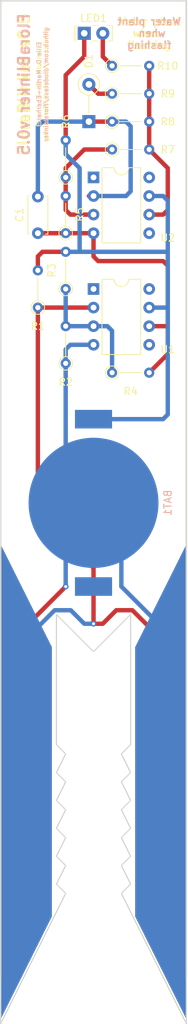
<source format=kicad_pcb>
(kicad_pcb (version 20171130) (host pcbnew 5.0.2+dfsg1-1)

  (general
    (thickness 1.6)
    (drawings 46)
    (tracks 99)
    (zones 0)
    (modules 20)
    (nets 1)
  )

  (page A4)
  (layers
    (0 F.Cu signal)
    (31 B.Cu signal)
    (32 B.Adhes user)
    (33 F.Adhes user)
    (34 B.Paste user)
    (35 F.Paste user)
    (36 B.SilkS user)
    (37 F.SilkS user)
    (38 B.Mask user)
    (39 F.Mask user)
    (40 Dwgs.User user)
    (41 Cmts.User user)
    (42 Eco1.User user)
    (43 Eco2.User user)
    (44 Edge.Cuts user)
    (45 Margin user)
    (46 B.CrtYd user hide)
    (47 F.CrtYd user hide)
    (48 B.Fab user hide)
    (49 F.Fab user hide)
  )

  (setup
    (last_trace_width 0.6)
    (trace_clearance 0.2)
    (zone_clearance 0.508)
    (zone_45_only no)
    (trace_min 0.2)
    (segment_width 0.2)
    (edge_width 0.15)
    (via_size 0.8)
    (via_drill 0.4)
    (via_min_size 0.4)
    (via_min_drill 0.3)
    (uvia_size 0.3)
    (uvia_drill 0.1)
    (uvias_allowed no)
    (uvia_min_size 0.2)
    (uvia_min_drill 0.1)
    (pcb_text_width 0.3)
    (pcb_text_size 1.5 1.5)
    (mod_edge_width 0.15)
    (mod_text_size 1 1)
    (mod_text_width 0.15)
    (pad_size 1.524 1.524)
    (pad_drill 0.762)
    (pad_to_mask_clearance 0.2)
    (solder_mask_min_width 0.25)
    (aux_axis_origin 0 0)
    (visible_elements FFFFFF7F)
    (pcbplotparams
      (layerselection 0x010fc_ffffffff)
      (usegerberextensions false)
      (usegerberattributes false)
      (usegerberadvancedattributes false)
      (creategerberjobfile false)
      (excludeedgelayer true)
      (linewidth 0.150000)
      (plotframeref false)
      (viasonmask false)
      (mode 1)
      (useauxorigin false)
      (hpglpennumber 1)
      (hpglpenspeed 20)
      (hpglpendiameter 15.000000)
      (psnegative false)
      (psa4output false)
      (plotreference true)
      (plotvalue true)
      (plotinvisibletext false)
      (padsonsilk false)
      (subtractmaskfromsilk false)
      (outputformat 1)
      (mirror false)
      (drillshape 1)
      (scaleselection 1)
      (outputdirectory ""))
  )

  (net 0 "")

  (net_class Default "This is the default net class."
    (clearance 0.2)
    (trace_width 0.6)
    (via_dia 0.8)
    (via_drill 0.4)
    (uvia_dia 0.3)
    (uvia_drill 0.1)
  )

  (module Resistor_THT:R_Axial_DIN0204_L3.6mm_D1.6mm_P5.08mm_Vertical (layer F.Cu) (tedit 5BB944E4) (tstamp 5BB91F07)
    (at 123.19 67.945 90)
    (descr "Resistor, Axial_DIN0204 series, Axial, Vertical, pin pitch=5.08mm, 0.167W, length*diameter=3.6*1.6mm^2, http://cdn-reichelt.de/documents/datenblatt/B400/1_4W%23YAG.pdf")
    (tags "Resistor Axial_DIN0204 series Axial Vertical pin pitch 5.08mm 0.167W length 3.6mm diameter 1.6mm")
    (fp_text reference R3 (at 2.54 -1.905 90) (layer F.SilkS)
      (effects (font (size 1 1) (thickness 0.15)))
    )
    (fp_text value R_Axial_DIN0204_L3.6mm_D1.6mm_P5.08mm_Vertical (at 2.54 1.92 90) (layer F.Fab)
      (effects (font (size 1 1) (thickness 0.15)))
    )
    (fp_text user %R (at 2.54 -1.92 90) (layer F.Fab)
      (effects (font (size 1 1) (thickness 0.15)))
    )
    (fp_line (start 6.03 -1.05) (end -1.05 -1.05) (layer F.CrtYd) (width 0.05))
    (fp_line (start 6.03 1.05) (end 6.03 -1.05) (layer F.CrtYd) (width 0.05))
    (fp_line (start -1.05 1.05) (end 6.03 1.05) (layer F.CrtYd) (width 0.05))
    (fp_line (start -1.05 -1.05) (end -1.05 1.05) (layer F.CrtYd) (width 0.05))
    (fp_line (start 0.92 0) (end 4.08 0) (layer F.SilkS) (width 0.12))
    (fp_line (start 0 0) (end 5.08 0) (layer F.Fab) (width 0.1))
    (fp_circle (center 0 0) (end 0.92 0) (layer F.SilkS) (width 0.12))
    (fp_circle (center 0 0) (end 0.8 0) (layer F.Fab) (width 0.1))
    (pad 2 thru_hole oval (at 5.08 0 90) (size 1.4 1.4) (drill 0.7) (layers *.Cu *.Mask))
    (pad 1 thru_hole circle (at 0 0 90) (size 1.4 1.4) (drill 0.7) (layers *.Cu *.Mask))
    (model ${KISYS3DMOD}/Resistor_THT.3dshapes/R_Axial_DIN0204_L3.6mm_D1.6mm_P5.08mm_Vertical.wrl
      (at (xyz 0 0 0))
      (scale (xyz 1 1 1))
      (rotate (xyz 0 0 0))
    )
  )

  (module Resistor_THT:R_Axial_DIN0204_L3.6mm_D1.6mm_P5.08mm_Vertical (layer F.Cu) (tedit 5BB944F8) (tstamp 5BB9204F)
    (at 123.19 60.325 90)
    (descr "Resistor, Axial_DIN0204 series, Axial, Vertical, pin pitch=5.08mm, 0.167W, length*diameter=3.6*1.6mm^2, http://cdn-reichelt.de/documents/datenblatt/B400/1_4W%23YAG.pdf")
    (tags "Resistor Axial_DIN0204 series Axial Vertical pin pitch 5.08mm 0.167W length 3.6mm diameter 1.6mm")
    (fp_text reference R5 (at 2.54 1.905 90) (layer F.SilkS)
      (effects (font (size 1 1) (thickness 0.15)))
    )
    (fp_text value R_Axial_DIN0204_L3.6mm_D1.6mm_P5.08mm_Vertical (at 2.54 1.92 90) (layer F.Fab)
      (effects (font (size 1 1) (thickness 0.15)))
    )
    (fp_circle (center 0 0) (end 0.8 0) (layer F.Fab) (width 0.1))
    (fp_circle (center 0 0) (end 0.92 0) (layer F.SilkS) (width 0.12))
    (fp_line (start 0 0) (end 5.08 0) (layer F.Fab) (width 0.1))
    (fp_line (start 0.92 0) (end 4.08 0) (layer F.SilkS) (width 0.12))
    (fp_line (start -1.05 -1.05) (end -1.05 1.05) (layer F.CrtYd) (width 0.05))
    (fp_line (start -1.05 1.05) (end 6.03 1.05) (layer F.CrtYd) (width 0.05))
    (fp_line (start 6.03 1.05) (end 6.03 -1.05) (layer F.CrtYd) (width 0.05))
    (fp_line (start 6.03 -1.05) (end -1.05 -1.05) (layer F.CrtYd) (width 0.05))
    (fp_text user %R (at 2.54 -1.92 90) (layer F.Fab)
      (effects (font (size 1 1) (thickness 0.15)))
    )
    (pad 1 thru_hole circle (at 0 0 90) (size 1.4 1.4) (drill 0.7) (layers *.Cu *.Mask))
    (pad 2 thru_hole oval (at 5.08 0 90) (size 1.4 1.4) (drill 0.7) (layers *.Cu *.Mask))
    (model ${KISYS3DMOD}/Resistor_THT.3dshapes/R_Axial_DIN0204_L3.6mm_D1.6mm_P5.08mm_Vertical.wrl
      (at (xyz 0 0 0))
      (scale (xyz 1 1 1))
      (rotate (xyz 0 0 0))
    )
  )

  (module Package_DIP:DIP-8_W7.62mm (layer F.Cu) (tedit 5BB91C75) (tstamp 5BBA3169)
    (at 127 67.945)
    (descr "8-lead though-hole mounted DIP package, row spacing 7.62 mm (300 mils)")
    (tags "THT DIP DIL PDIP 2.54mm 7.62mm 300mil")
    (fp_text reference U1 (at 10.16 8.255) (layer F.SilkS)
      (effects (font (size 1 1) (thickness 0.15)))
    )
    (fp_text value DIP-8_W7.62mm (at 3.81 9.95) (layer F.Fab)
      (effects (font (size 1 1) (thickness 0.15)))
    )
    (fp_text user %R (at 3.81 3.81) (layer F.Fab)
      (effects (font (size 1 1) (thickness 0.15)))
    )
    (fp_line (start 8.7 -1.55) (end -1.1 -1.55) (layer F.CrtYd) (width 0.05))
    (fp_line (start 8.7 9.15) (end 8.7 -1.55) (layer F.CrtYd) (width 0.05))
    (fp_line (start -1.1 9.15) (end 8.7 9.15) (layer F.CrtYd) (width 0.05))
    (fp_line (start -1.1 -1.55) (end -1.1 9.15) (layer F.CrtYd) (width 0.05))
    (fp_line (start 6.46 -1.33) (end 4.81 -1.33) (layer F.SilkS) (width 0.12))
    (fp_line (start 6.46 8.95) (end 6.46 -1.33) (layer F.SilkS) (width 0.12))
    (fp_line (start 1.16 8.95) (end 6.46 8.95) (layer F.SilkS) (width 0.12))
    (fp_line (start 1.16 -1.33) (end 1.16 8.95) (layer F.SilkS) (width 0.12))
    (fp_line (start 2.81 -1.33) (end 1.16 -1.33) (layer F.SilkS) (width 0.12))
    (fp_line (start 0.635 -0.27) (end 1.635 -1.27) (layer F.Fab) (width 0.1))
    (fp_line (start 0.635 8.89) (end 0.635 -0.27) (layer F.Fab) (width 0.1))
    (fp_line (start 6.985 8.89) (end 0.635 8.89) (layer F.Fab) (width 0.1))
    (fp_line (start 6.985 -1.27) (end 6.985 8.89) (layer F.Fab) (width 0.1))
    (fp_line (start 1.635 -1.27) (end 6.985 -1.27) (layer F.Fab) (width 0.1))
    (fp_arc (start 3.81 -1.33) (end 2.81 -1.33) (angle -180) (layer F.SilkS) (width 0.12))
    (pad 8 thru_hole oval (at 7.62 0) (size 1.6 1.6) (drill 0.8) (layers *.Cu *.Mask))
    (pad 4 thru_hole oval (at 0 7.62) (size 1.6 1.6) (drill 0.8) (layers *.Cu *.Mask))
    (pad 7 thru_hole oval (at 7.62 2.54) (size 1.6 1.6) (drill 0.8) (layers *.Cu *.Mask))
    (pad 3 thru_hole oval (at 0 5.08) (size 1.6 1.6) (drill 0.8) (layers *.Cu *.Mask))
    (pad 6 thru_hole oval (at 7.62 5.08) (size 1.6 1.6) (drill 0.8) (layers *.Cu *.Mask))
    (pad 2 thru_hole oval (at 0 2.54) (size 1.6 1.6) (drill 0.8) (layers *.Cu *.Mask))
    (pad 5 thru_hole oval (at 7.62 7.62) (size 1.6 1.6) (drill 0.8) (layers *.Cu *.Mask))
    (pad 1 thru_hole rect (at 0 0) (size 1.6 1.6) (drill 0.8) (layers *.Cu *.Mask))
    (model ${KISYS3DMOD}/Package_DIP.3dshapes/DIP-8_W7.62mm.wrl
      (at (xyz 0 0 0))
      (scale (xyz 1 1 1))
      (rotate (xyz 0 0 0))
    )
  )

  (module WaterSensorProngs (layer B.Cu) (tedit 5BB992DA) (tstamp 5BBA3F1F)
    (at 139.7 135.255)
    (fp_text reference REF** (at 0 -30.48) (layer B.SilkS) hide
      (effects (font (size 1 1) (thickness 0.15)) (justify mirror))
    )
    (fp_text value WaterSensorProngs (at 0 20.32) (layer B.Fab)
      (effects (font (size 1 1) (thickness 0.15)) (justify mirror))
    )
    (pad 2 smd trapezoid (at 0 0 180) (size 7 50.8) (rect_delta 14 0 ) (drill (offset 3.5 0)) (layers B.Cu B.Paste B.Mask))
    (pad 1 smd trapezoid (at -25.4 0) (size 7 50.8) (rect_delta 14 0 ) (drill (offset 3.5 0)) (layers B.Cu B.Paste B.Mask))
  )

  (module WaterSensorProngs (layer F.Cu) (tedit 5BB992DA) (tstamp 5BBA3E89)
    (at 139.7 135.255)
    (fp_text reference REF** (at 0 30.48) (layer F.SilkS) hide
      (effects (font (size 1 1) (thickness 0.15)))
    )
    (fp_text value WaterSensorProngs (at 0 -20.32) (layer F.Fab)
      (effects (font (size 1 1) (thickness 0.15)))
    )
    (pad 1 smd trapezoid (at -25.4 0) (size 7 50.8) (rect_delta 14 0 ) (drill (offset 3.5 0)) (layers F.Cu F.Paste F.Mask))
    (pad 2 smd trapezoid (at 0 0 180) (size 7 50.8) (rect_delta 14 0 ) (drill (offset 3.5 0)) (layers F.Cu F.Paste F.Mask))
  )

  (module LOGO (layer F.Cu) (tedit 0) (tstamp 5BBA3A38)
    (at 127 93.345)
    (fp_text reference G*** (at 0 0) (layer F.SilkS) hide
      (effects (font (size 1.524 1.524) (thickness 0.3)))
    )
    (fp_text value LOGO (at 0.75 0) (layer F.SilkS) hide
      (effects (font (size 1.524 1.524) (thickness 0.3)))
    )
    (fp_poly (pts (xy 0.081246 -5.081439) (xy 0.177261 -5.080541) (xy 0.267108 -5.078935) (xy 0.34728 -5.07662)
      (xy 0.414271 -5.073597) (xy 0.464574 -5.069866) (xy 0.494682 -5.065428) (xy 0.500943 -5.063038)
      (xy 0.508037 -5.053796) (xy 0.515973 -5.034647) (xy 0.525233 -5.003463) (xy 0.5363 -4.958117)
      (xy 0.549657 -4.89648) (xy 0.565787 -4.816427) (xy 0.585171 -4.715828) (xy 0.608292 -4.592557)
      (xy 0.611133 -4.577263) (xy 0.631 -4.470401) (xy 0.64963 -4.370585) (xy 0.666467 -4.280767)
      (xy 0.680953 -4.203902) (xy 0.692532 -4.142944) (xy 0.700648 -4.100846) (xy 0.704742 -4.080562)
      (xy 0.704865 -4.08003) (xy 0.720962 -4.055125) (xy 0.752738 -4.031262) (xy 0.759028 -4.027932)
      (xy 0.793575 -4.011831) (xy 0.844524 -3.98959) (xy 0.90812 -3.962712) (xy 0.980609 -3.9327)
      (xy 1.058239 -3.901057) (xy 1.137255 -3.869286) (xy 1.213903 -3.838891) (xy 1.284429 -3.811374)
      (xy 1.345081 -3.788239) (xy 1.392104 -3.770988) (xy 1.421745 -3.761125) (xy 1.429692 -3.759379)
      (xy 1.44531 -3.766418) (xy 1.479352 -3.786408) (xy 1.5294 -3.81778) (xy 1.593037 -3.858966)
      (xy 1.667845 -3.908397) (xy 1.751406 -3.964505) (xy 1.841303 -4.025721) (xy 1.860325 -4.038779)
      (xy 1.951284 -4.10086) (xy 2.036467 -4.158144) (xy 2.113449 -4.209063) (xy 2.1798 -4.252046)
      (xy 2.233093 -4.285526) (xy 2.270901 -4.307934) (xy 2.290796 -4.317702) (xy 2.292433 -4.318001)
      (xy 2.306294 -4.309311) (xy 2.335465 -4.284826) (xy 2.377534 -4.246924) (xy 2.430088 -4.197983)
      (xy 2.490712 -4.14038) (xy 2.556993 -4.076493) (xy 2.626518 -4.0087) (xy 2.696874 -3.939379)
      (xy 2.765648 -3.870908) (xy 2.830425 -3.805663) (xy 2.888792 -3.746023) (xy 2.938337 -3.694366)
      (xy 2.976645 -3.653069) (xy 3.001303 -3.62451) (xy 3.0099 -3.611135) (xy 3.002944 -3.597908)
      (xy 2.983135 -3.566174) (xy 2.952054 -3.518324) (xy 2.911286 -3.456747) (xy 2.862415 -3.383835)
      (xy 2.807023 -3.301977) (xy 2.746696 -3.213563) (xy 2.74101 -3.205267) (xy 2.679696 -3.11546)
      (xy 2.622653 -3.031194) (xy 2.571559 -2.955006) (xy 2.528095 -2.889431) (xy 2.493942 -2.837004)
      (xy 2.470778 -2.800262) (xy 2.460284 -2.781739) (xy 2.460109 -2.7813) (xy 2.457952 -2.768938)
      (xy 2.459845 -2.750663) (xy 2.466699 -2.723934) (xy 2.479424 -2.686212) (xy 2.498931 -2.634954)
      (xy 2.526129 -2.567622) (xy 2.561929 -2.481673) (xy 2.598281 -2.395664) (xy 2.641416 -2.294398)
      (xy 2.67614 -2.214041) (xy 2.703755 -2.152031) (xy 2.725562 -2.105807) (xy 2.742865 -2.07281)
      (xy 2.756966 -2.050478) (xy 2.769167 -2.03625) (xy 2.780769 -2.027565) (xy 2.787108 -2.02434)
      (xy 2.808321 -2.018035) (xy 2.851417 -2.007881) (xy 2.91328 -1.994519) (xy 2.990791 -1.978592)
      (xy 3.080835 -1.96074) (xy 3.180295 -1.941607) (xy 3.275894 -1.923707) (xy 3.380033 -1.904172)
      (xy 3.476572 -1.88551) (xy 3.562583 -1.868328) (xy 3.635139 -1.853236) (xy 3.691312 -1.840841)
      (xy 3.728175 -1.831751) (xy 3.742619 -1.826751) (xy 3.747029 -1.818142) (xy 3.750633 -1.798956)
      (xy 3.753501 -1.767116) (xy 3.755701 -1.720545) (xy 3.757301 -1.657165) (xy 3.758371 -1.574899)
      (xy 3.75898 -1.47167) (xy 3.759197 -1.3454) (xy 3.7592 -1.326503) (xy 3.759096 -1.200754)
      (xy 3.758721 -1.098009) (xy 3.757982 -1.015869) (xy 3.756782 -0.951939) (xy 3.755029 -0.90382)
      (xy 3.752628 -0.869118) (xy 3.749483 -0.845434) (xy 3.745501 -0.830372) (xy 3.740588 -0.821536)
      (xy 3.739242 -0.820058) (xy 3.720585 -0.804173) (xy 3.712292 -0.8001) (xy 3.69688 -0.797817)
      (xy 3.660047 -0.791407) (xy 3.605316 -0.781536) (xy 3.536211 -0.768864) (xy 3.456256 -0.754056)
      (xy 3.368974 -0.737774) (xy 3.277889 -0.720681) (xy 3.186523 -0.70344) (xy 3.098402 -0.686714)
      (xy 3.017047 -0.671166) (xy 2.945983 -0.657459) (xy 2.888734 -0.646256) (xy 2.848822 -0.63822)
      (xy 2.830317 -0.63416) (xy 2.79026 -0.615579) (xy 2.764882 -0.581188) (xy 2.764751 -0.580911)
      (xy 2.75022 -0.548077) (xy 2.729313 -0.498267) (xy 2.703428 -0.435042) (xy 2.673965 -0.361964)
      (xy 2.64232 -0.282593) (xy 2.609892 -0.200492) (xy 2.578079 -0.119222) (xy 2.548279 -0.042343)
      (xy 2.521889 0.026582) (xy 2.500309 0.083992) (xy 2.484935 0.126326) (xy 2.477167 0.150022)
      (xy 2.4765 0.153389) (xy 2.48347 0.168337) (xy 2.503286 0.201615) (xy 2.534303 0.250694)
      (xy 2.574876 0.313042) (xy 2.623362 0.386128) (xy 2.678116 0.467422) (xy 2.728603 0.541443)
      (xy 2.800136 0.645744) (xy 2.858565 0.731128) (xy 2.90513 0.799644) (xy 2.941069 0.853339)
      (xy 2.967622 0.89426) (xy 2.986028 0.924455) (xy 2.997527 0.94597) (xy 3.003356 0.960853)
      (xy 3.004756 0.971152) (xy 3.002966 0.978913) (xy 2.999224 0.986184) (xy 2.998534 0.987425)
      (xy 2.98471 1.005102) (xy 2.955573 1.037128) (xy 2.913561 1.081121) (xy 2.861115 1.134697)
      (xy 2.800672 1.195472) (xy 2.734672 1.261065) (xy 2.665554 1.329091) (xy 2.595758 1.397168)
      (xy 2.52772 1.462912) (xy 2.463882 1.52394) (xy 2.406682 1.577869) (xy 2.358558 1.622316)
      (xy 2.32195 1.654897) (xy 2.299297 1.67323) (xy 2.293417 1.6764) (xy 2.277758 1.669414)
      (xy 2.243857 1.649571) (xy 2.194307 1.618545) (xy 2.1317 1.578009) (xy 2.058629 1.529636)
      (xy 1.977687 1.475098) (xy 1.912968 1.430877) (xy 1.827256 1.3721) (xy 1.747123 1.317405)
      (xy 1.675247 1.2686) (xy 1.614303 1.227491) (xy 1.566965 1.195884) (xy 1.535909 1.175586)
      (xy 1.525074 1.168957) (xy 1.512068 1.163779) (xy 1.496737 1.163136) (xy 1.475393 1.168394)
      (xy 1.444349 1.180919) (xy 1.399915 1.202078) (xy 1.338405 1.233237) (xy 1.304696 1.250615)
      (xy 1.228277 1.289033) (xy 1.168483 1.316789) (xy 1.126919 1.3332) (xy 1.105191 1.337582)
      (xy 1.102917 1.336597) (xy 1.095395 1.322348) (xy 1.079383 1.28706) (xy 1.055833 1.233045)
      (xy 1.025695 1.162613) (xy 0.989921 1.078076) (xy 0.949464 0.981746) (xy 0.905274 0.875932)
      (xy 0.858303 0.762948) (xy 0.809504 0.645103) (xy 0.759827 0.524709) (xy 0.710224 0.404078)
      (xy 0.661647 0.28552) (xy 0.615047 0.171348) (xy 0.571377 0.063871) (xy 0.531587 -0.034598)
      (xy 0.49663 -0.121748) (xy 0.467456 -0.195269) (xy 0.445018 -0.252848) (xy 0.430267 -0.292175)
      (xy 0.424155 -0.310939) (xy 0.424078 -0.312122) (xy 0.436 -0.324503) (xy 0.464468 -0.347881)
      (xy 0.505126 -0.378825) (xy 0.550128 -0.411434) (xy 0.677276 -0.509239) (xy 0.78199 -0.607757)
      (xy 0.867042 -0.710844) (xy 0.935202 -0.822356) (xy 0.989242 -0.946148) (xy 1.030248 -1.0795)
      (xy 1.044316 -1.155488) (xy 1.052683 -1.246638) (xy 1.055093 -1.343306) (xy 1.051292 -1.435844)
      (xy 1.041665 -1.5113) (xy 0.999726 -1.666727) (xy 0.936273 -1.810855) (xy 0.853279 -1.94205)
      (xy 0.752718 -2.058682) (xy 0.636563 -2.159118) (xy 0.50679 -2.241726) (xy 0.36537 -2.304874)
      (xy 0.214279 -2.34693) (xy 0.05549 -2.366261) (xy 0.00635 -2.367386) (xy -0.155264 -2.355138)
      (xy -0.310327 -2.319307) (xy -0.456632 -2.261254) (xy -0.591975 -2.182345) (xy -0.714148 -2.083944)
      (xy -0.820947 -1.967414) (xy -0.910165 -1.834119) (xy -0.936536 -1.78435) (xy -0.997074 -1.634588)
      (xy -1.03304 -1.479385) (xy -1.044394 -1.31987) (xy -1.0311 -1.157172) (xy -0.993119 -0.99242)
      (xy -0.965667 -0.911768) (xy -0.907409 -0.791269) (xy -0.824656 -0.673378) (xy -0.718265 -0.559095)
      (xy -0.589091 -0.449418) (xy -0.537429 -0.411434) (xy -0.489336 -0.37653) (xy -0.449375 -0.345996)
      (xy -0.421904 -0.323262) (xy -0.411379 -0.312122) (xy -0.415291 -0.298603) (xy -0.428068 -0.263969)
      (xy -0.44876 -0.210532) (xy -0.476413 -0.140603) (xy -0.510078 -0.056493) (xy -0.548802 0.039487)
      (xy -0.591634 0.145026) (xy -0.637621 0.257812) (xy -0.685813 0.375534) (xy -0.735258 0.49588)
      (xy -0.785004 0.61654) (xy -0.834099 0.735203) (xy -0.881592 0.849556) (xy -0.926531 0.957289)
      (xy -0.967965 1.056091) (xy -1.004942 1.14365) (xy -1.03651 1.217655) (xy -1.061718 1.275794)
      (xy -1.079614 1.315757) (xy -1.089246 1.335233) (xy -1.090218 1.336597) (xy -1.106249 1.33562)
      (xy -1.142555 1.322426) (xy -1.19753 1.2977) (xy -1.269568 1.262126) (xy -1.291997 1.250615)
      (xy -1.362262 1.214582) (xy -1.413814 1.189157) (xy -1.450342 1.172971) (xy -1.475533 1.164659)
      (xy -1.493075 1.162853) (xy -1.506658 1.166188) (xy -1.512375 1.168957) (xy -1.529905 1.179892)
      (xy -1.565662 1.203451) (xy -1.616972 1.237826) (xy -1.681161 1.281211) (xy -1.755551 1.331799)
      (xy -1.837469 1.387785) (xy -1.900269 1.430877) (xy -1.985436 1.488959) (xy -2.064687 1.54214)
      (xy -2.135431 1.588745) (xy -2.195074 1.627103) (xy -2.241024 1.655539) (xy -2.270689 1.672382)
      (xy -2.280718 1.6764) (xy -2.295196 1.667604) (xy -2.325631 1.642343) (xy -2.370213 1.602301)
      (xy -2.42713 1.549163) (xy -2.494574 1.484616) (xy -2.570733 1.410345) (xy -2.638762 1.343025)
      (xy -2.715128 1.266724) (xy -2.786031 1.195379) (xy -2.849388 1.131123) (xy -2.903115 1.076091)
      (xy -2.945128 1.032418) (xy -2.973346 1.002237) (xy -2.985683 0.987684) (xy -2.985835 0.987425)
      (xy -2.989773 0.980044) (xy -2.991955 0.972496) (xy -2.991142 0.962736) (xy -2.986096 0.948715)
      (xy -2.975578 0.928386) (xy -2.958347 0.899701) (xy -2.933166 0.860615) (xy -2.898795 0.809078)
      (xy -2.853995 0.743044) (xy -2.797526 0.660466) (xy -2.72815 0.559296) (xy -2.715904 0.541443)
      (xy -2.657098 0.455143) (xy -2.603157 0.37489) (xy -2.555723 0.303213) (xy -2.516442 0.242644)
      (xy -2.486958 0.195713) (xy -2.468914 0.164952) (xy -2.4638 0.153389) (xy -2.468333 0.137658)
      (xy -2.480998 0.101945) (xy -2.500399 0.04981) (xy -2.525136 -0.015184) (xy -2.553813 -0.089477)
      (xy -2.58503 -0.169507) (xy -2.61739 -0.251713) (xy -2.649495 -0.332533) (xy -2.679946 -0.408406)
      (xy -2.707347 -0.475772) (xy -2.730298 -0.531067) (xy -2.747402 -0.570731) (xy -2.752052 -0.580911)
      (xy -2.777369 -0.615423) (xy -2.817307 -0.634078) (xy -2.817618 -0.63416) (xy -2.838158 -0.63864)
      (xy -2.879326 -0.646907) (xy -2.937598 -0.658296) (xy -3.009451 -0.672145) (xy -3.091362 -0.687791)
      (xy -3.179808 -0.704572) (xy -3.271263 -0.721823) (xy -3.362206 -0.738883) (xy -3.449112 -0.755088)
      (xy -3.528458 -0.769776) (xy -3.596721 -0.782282) (xy -3.650376 -0.791946) (xy -3.685901 -0.798103)
      (xy -3.699593 -0.8001) (xy -3.713071 -0.808012) (xy -3.726543 -0.820058) (xy -3.731698 -0.827743)
      (xy -3.735897 -0.841072) (xy -3.739236 -0.86244) (xy -3.74181 -0.894244) (xy -3.743712 -0.938882)
      (xy -3.745037 -0.998749) (xy -3.74588 -1.076243) (xy -3.746334 -1.17376) (xy -3.746495 -1.293698)
      (xy -3.746501 -1.326503) (xy -3.746332 -1.456037) (xy -3.74578 -1.562251) (xy -3.744776 -1.647222)
      (xy -3.743251 -1.713027) (xy -3.741136 -1.761743) (xy -3.738362 -1.795448) (xy -3.734861 -1.816218)
      (xy -3.730564 -1.826132) (xy -3.72992 -1.826751) (xy -3.713967 -1.832164) (xy -3.675942 -1.841455)
      (xy -3.618771 -1.854018) (xy -3.545382 -1.869244) (xy -3.458702 -1.886524) (xy -3.361658 -1.905252)
      (xy -3.263195 -1.923707) (xy -3.157897 -1.943449) (xy -3.059193 -1.962489) (xy -2.970198 -1.980186)
      (xy -2.894029 -1.995899) (xy -2.833803 -2.008986) (xy -2.792638 -2.018804) (xy -2.774409 -2.02434)
      (xy -2.762596 -2.031128) (xy -2.750874 -2.042106) (xy -2.73794 -2.059833) (xy -2.722493 -2.08687)
      (xy -2.70323 -2.12578) (xy -2.678849 -2.179121) (xy -2.648047 -2.249456) (xy -2.609523 -2.339345)
      (xy -2.585582 -2.395664) (xy -2.542062 -2.498747) (xy -2.507888 -2.581133) (xy -2.482152 -2.645363)
      (xy -2.463942 -2.693979) (xy -2.452349 -2.729521) (xy -2.446461 -2.754528) (xy -2.44537 -2.771543)
      (xy -2.44741 -2.7813) (xy -2.45716 -2.798751) (xy -2.479673 -2.83456) (xy -2.513267 -2.886193)
      (xy -2.556264 -2.951113) (xy -2.606983 -3.026785) (xy -2.663744 -3.110674) (xy -2.724867 -3.200242)
      (xy -2.728311 -3.205267) (xy -2.78901 -3.294158) (xy -2.844916 -3.376713) (xy -2.894447 -3.450539)
      (xy -2.936019 -3.513247) (xy -2.968047 -3.562447) (xy -2.988949 -3.595748) (xy -2.997141 -3.610759)
      (xy -2.9972 -3.611135) (xy -2.98838 -3.624793) (xy -2.963528 -3.653535) (xy -2.925057 -3.694985)
      (xy -2.87538 -3.746763) (xy -2.816913 -3.806492) (xy -2.752067 -3.871795) (xy -2.683256 -3.940293)
      (xy -2.612894 -4.009609) (xy -2.543394 -4.077366) (xy -2.477169 -4.141185) (xy -2.416634 -4.198689)
      (xy -2.364201 -4.247501) (xy -2.322284 -4.285241) (xy -2.293296 -4.309533) (xy -2.27972 -4.318)
      (xy -2.263724 -4.310996) (xy -2.229348 -4.291036) (xy -2.179041 -4.259704) (xy -2.115253 -4.218581)
      (xy -2.040432 -4.16925) (xy -1.957028 -4.113291) (xy -1.867491 -4.052288) (xy -1.853962 -4.042993)
      (xy -1.763582 -3.981168) (xy -1.678901 -3.923897) (xy -1.602388 -3.872801) (xy -1.536511 -3.8295)
      (xy -1.483739 -3.795615) (xy -1.446541 -3.772765) (xy -1.427384 -3.762572) (xy -1.426289 -3.762248)
      (xy -1.405838 -3.765317) (xy -1.364546 -3.777746) (xy -1.304822 -3.798675) (xy -1.229077 -3.827241)
      (xy -1.13972 -3.862584) (xy -1.096089 -3.880314) (xy -0.989022 -3.924259) (xy -0.903116 -3.95988)
      (xy -0.83598 -3.988359) (xy -0.78522 -4.01088) (xy -0.748445 -4.028625) (xy -0.723262 -4.042777)
      (xy -0.707278 -4.054518) (xy -0.698102 -4.065031) (xy -0.693341 -4.0755) (xy -0.692115 -4.08003)
      (xy -0.688315 -4.098658) (xy -0.680454 -4.139309) (xy -0.669089 -4.199029) (xy -0.654779 -4.274866)
      (xy -0.638081 -4.363866) (xy -0.61955 -4.463074) (xy -0.599746 -4.569538) (xy -0.5983 -4.577323)
      (xy -0.5747 -4.70339) (xy -0.55489 -4.806536) (xy -0.538391 -4.888878) (xy -0.524722 -4.952534)
      (xy -0.513404 -4.99962) (xy -0.503957 -5.032254) (xy -0.495901 -5.052553) (xy -0.488755 -5.062635)
      (xy -0.488162 -5.063098) (xy -0.469033 -5.067875) (xy -0.42802 -5.071941) (xy -0.368631 -5.075298)
      (xy -0.29437 -5.077945) (xy -0.208746 -5.079883) (xy -0.115264 -5.08111) (xy -0.017432 -5.081629)
      (xy 0.081246 -5.081439)) (layer F.Mask) (width 0.01))
    (fp_poly (pts (xy 3.066776 2.488069) (xy 3.082925 2.495089) (xy 3.118797 2.513035) (xy 3.143002 2.527527)
      (xy 3.1496 2.534003) (xy 3.141929 2.546673) (xy 3.121521 2.573472) (xy 3.092282 2.609344)
      (xy 3.08189 2.621686) (xy 3.014181 2.701498) (xy 2.965436 2.67649) (xy 2.901323 2.65672)
      (xy 2.836684 2.660883) (xy 2.775368 2.687892) (xy 2.72122 2.736659) (xy 2.712234 2.748062)
      (xy 2.704378 2.759855) (xy 2.698212 2.773808) (xy 2.693489 2.793048) (xy 2.689961 2.820702)
      (xy 2.687379 2.859898) (xy 2.685494 2.913765) (xy 2.684058 2.985428) (xy 2.682823 3.078017)
      (xy 2.682291 3.125102) (xy 2.678533 3.4671) (xy 2.4892 3.4671) (xy 2.4892 2.4765)
      (xy 2.6797 2.4765) (xy 2.6797 2.5273) (xy 2.681366 2.559124) (xy 2.685528 2.576812)
      (xy 2.687206 2.5781) (xy 2.700336 2.570516) (xy 2.725721 2.551114) (xy 2.744259 2.535689)
      (xy 2.815848 2.490408) (xy 2.896577 2.467004) (xy 2.981777 2.466038) (xy 3.066776 2.488069)) (layer F.Mask) (width 0.01))
    (fp_poly (pts (xy -1.365677 2.466793) (xy -1.279467 2.492202) (xy -1.275026 2.494232) (xy -1.205345 2.535678)
      (xy -1.152128 2.589722) (xy -1.110084 2.66065) (xy -1.101356 2.679591) (xy -1.094485 2.697804)
      (xy -1.089248 2.718475) (xy -1.085421 2.744792) (xy -1.082782 2.779942) (xy -1.081107 2.827114)
      (xy -1.080172 2.889495) (xy -1.079756 2.970272) (xy -1.079633 3.072634) (xy -1.079625 3.095625)
      (xy -1.0795 3.4671) (xy -1.27 3.4671) (xy -1.27 3.14594) (xy -1.270095 3.046915)
      (xy -1.270553 2.969835) (xy -1.271635 2.911247) (xy -1.273605 2.867696) (xy -1.276722 2.835728)
      (xy -1.281251 2.81189) (xy -1.287451 2.792726) (xy -1.295585 2.774783) (xy -1.298575 2.768859)
      (xy -1.334555 2.71303) (xy -1.37699 2.678962) (xy -1.431743 2.663023) (xy -1.4732 2.66065)
      (xy -1.536228 2.666976) (xy -1.585675 2.688687) (xy -1.629539 2.729879) (xy -1.643866 2.748062)
      (xy -1.651722 2.759855) (xy -1.657888 2.773808) (xy -1.662611 2.793048) (xy -1.666139 2.820702)
      (xy -1.668721 2.859898) (xy -1.670606 2.913765) (xy -1.672042 2.985428) (xy -1.673277 3.078017)
      (xy -1.673809 3.125102) (xy -1.677567 3.4671) (xy -1.8669 3.4671) (xy -1.8669 2.4765)
      (xy -1.6764 2.4765) (xy -1.6764 2.577932) (xy -1.618952 2.53408) (xy -1.539368 2.488189)
      (xy -1.453627 2.465608) (xy -1.365677 2.466793)) (layer F.Mask) (width 0.01))
    (fp_poly (pts (xy 4.514391 2.474857) (xy 4.601981 2.50532) (xy 4.682672 2.555757) (xy 4.723954 2.593385)
      (xy 4.767399 2.648513) (xy 4.798923 2.713058) (xy 4.820122 2.791672) (xy 4.832592 2.889007)
      (xy 4.834459 2.915605) (xy 4.842559 3.048) (xy 4.200873 3.048) (xy 4.209696 3.095034)
      (xy 4.235068 3.172258) (xy 4.277086 3.232396) (xy 4.332679 3.274366) (xy 4.398771 3.297087)
      (xy 4.472287 3.29948) (xy 4.550155 3.280464) (xy 4.6258 3.241293) (xy 4.673251 3.209955)
      (xy 4.742027 3.265502) (xy 4.810803 3.32105) (xy 4.772517 3.361234) (xy 4.706581 3.413009)
      (xy 4.62309 3.450303) (xy 4.526412 3.471462) (xy 4.4704 3.475594) (xy 4.415345 3.475731)
      (xy 4.365594 3.473621) (xy 4.330049 3.469699) (xy 4.32435 3.468466) (xy 4.233226 3.432124)
      (xy 4.155022 3.375104) (xy 4.093153 3.300234) (xy 4.069674 3.25755) (xy 4.038414 3.168165)
      (xy 4.021065 3.06678) (xy 4.017234 2.959524) (xy 4.023885 2.8829) (xy 4.202549 2.8829)
      (xy 4.638844 2.8829) (xy 4.632078 2.832456) (xy 4.612114 2.764796) (xy 4.57409 2.708225)
      (xy 4.52215 2.668696) (xy 4.516062 2.665779) (xy 4.443213 2.644566) (xy 4.374759 2.646972)
      (xy 4.313849 2.671246) (xy 4.263633 2.715637) (xy 4.22726 2.778393) (xy 4.211171 2.835275)
      (xy 4.202549 2.8829) (xy 4.023885 2.8829) (xy 4.026522 2.852524) (xy 4.048535 2.751907)
      (xy 4.082875 2.663802) (xy 4.1111 2.616865) (xy 4.173982 2.549724) (xy 4.249699 2.501802)
      (xy 4.334304 2.473249) (xy 4.42385 2.464217) (xy 4.514391 2.474857)) (layer F.Mask) (width 0.01))
    (fp_poly (pts (xy 3.664129 2.469784) (xy 3.756726 2.49423) (xy 3.842901 2.541466) (xy 3.906748 2.593681)
      (xy 3.946347 2.630632) (xy 3.809439 2.760114) (xy 3.774794 2.726931) (xy 3.712668 2.68269)
      (xy 3.644076 2.659217) (xy 3.573509 2.65546) (xy 3.505459 2.670367) (xy 3.444416 2.702886)
      (xy 3.394871 2.751965) (xy 3.361316 2.816552) (xy 3.358851 2.824367) (xy 3.343525 2.901216)
      (xy 3.340072 2.982509) (xy 3.347637 3.06204) (xy 3.365364 3.1336) (xy 3.392397 3.190981)
      (xy 3.412826 3.216114) (xy 3.476614 3.260836) (xy 3.548867 3.284303) (xy 3.624265 3.286506)
      (xy 3.697491 3.267438) (xy 3.763226 3.22709) (xy 3.774794 3.216668) (xy 3.809439 3.183485)
      (xy 3.877854 3.248189) (xy 3.94627 3.312894) (xy 3.90036 3.35739) (xy 3.824163 3.416864)
      (xy 3.738582 3.455199) (xy 3.639687 3.473985) (xy 3.6068 3.476047) (xy 3.542008 3.476613)
      (xy 3.493335 3.471903) (xy 3.451849 3.460852) (xy 3.439328 3.456084) (xy 3.344725 3.408521)
      (xy 3.270018 3.349269) (xy 3.214099 3.276463) (xy 3.175861 3.18824) (xy 3.154196 3.082733)
      (xy 3.147955 2.96545) (xy 3.157882 2.842546) (xy 3.186371 2.735126) (xy 3.232581 2.644205)
      (xy 3.295672 2.570798) (xy 3.374801 2.515921) (xy 3.469129 2.480589) (xy 3.561094 2.466653)
      (xy 3.664129 2.469784)) (layer F.Mask) (width 0.01))
    (fp_poly (pts (xy 1.653406 2.809875) (xy 1.654737 2.911566) (xy 1.656206 2.991109) (xy 1.658067 3.051753)
      (xy 1.660572 3.09675) (xy 1.663974 3.129349) (xy 1.668529 3.152802) (xy 1.674487 3.170358)
      (xy 1.682104 3.185269) (xy 1.68275 3.186372) (xy 1.728651 3.242212) (xy 1.786207 3.276253)
      (xy 1.852564 3.287548) (xy 1.924873 3.275149) (xy 1.936956 3.270846) (xy 1.9835 3.24609)
      (xy 2.017317 3.208585) (xy 2.025753 3.195019) (xy 2.035307 3.178196) (xy 2.042715 3.162088)
      (xy 2.048248 3.143357) (xy 2.052181 3.118669) (xy 2.054786 3.084688) (xy 2.056338 3.038079)
      (xy 2.057108 2.975505) (xy 2.057371 2.893632) (xy 2.0574 2.808759) (xy 2.0574 2.4765)
      (xy 2.2606 2.4765) (xy 2.2606 3.4671) (xy 2.0574 3.4671) (xy 2.0574 3.360747)
      (xy 2.022475 3.394125) (xy 1.955248 3.441644) (xy 1.876101 3.470416) (xy 1.791234 3.479495)
      (xy 1.706847 3.467933) (xy 1.65735 3.449918) (xy 1.609659 3.42156) (xy 1.563045 3.384398)
      (xy 1.546941 3.368249) (xy 1.523605 3.34051) (xy 1.504855 3.312466) (xy 1.490198 3.281039)
      (xy 1.479139 3.24315) (xy 1.471183 3.195717) (xy 1.465836 3.135663) (xy 1.462603 3.059907)
      (xy 1.460992 2.96537) (xy 1.460506 2.848972) (xy 1.4605 2.829794) (xy 1.4605 2.4765)
      (xy 1.649462 2.4765) (xy 1.653406 2.809875)) (layer F.Mask) (width 0.01))
    (fp_poly (pts (xy 0.999527 2.483258) (xy 1.080726 2.518674) (xy 1.151768 2.571212) (xy 1.208791 2.640273)
      (xy 1.233284 2.686221) (xy 1.251168 2.74394) (xy 1.263702 2.819711) (xy 1.270823 2.906743)
      (xy 1.272468 2.998244) (xy 1.268575 3.087422) (xy 1.259081 3.167486) (xy 1.243923 3.231645)
      (xy 1.238466 3.246291) (xy 1.19398 3.322689) (xy 1.131212 3.388892) (xy 1.058508 3.436856)
      (xy 0.981414 3.463497) (xy 0.892737 3.476577) (xy 0.80276 3.475458) (xy 0.721768 3.459497)
      (xy 0.71755 3.458098) (xy 0.656769 3.427582) (xy 0.592932 3.37556) (xy 0.583058 3.365936)
      (xy 0.54167 3.321375) (xy 0.510855 3.278183) (xy 0.48914 3.231505) (xy 0.475053 3.176485)
      (xy 0.467122 3.108271) (xy 0.463876 3.022006) (xy 0.46355 2.9718) (xy 0.464259 2.927459)
      (xy 0.648851 2.927459) (xy 0.649291 2.995078) (xy 0.65393 3.061715) (xy 0.662187 3.119924)
      (xy 0.67348 3.162258) (xy 0.676908 3.169874) (xy 0.720368 3.228848) (xy 0.77676 3.268464)
      (xy 0.841482 3.287309) (xy 0.90993 3.283966) (xy 0.97155 3.260463) (xy 1.01339 3.230937)
      (xy 1.043587 3.193561) (xy 1.063645 3.144316) (xy 1.075069 3.079177) (xy 1.079362 2.994123)
      (xy 1.0795 2.9718) (xy 1.076826 2.882617) (xy 1.067733 2.814292) (xy 1.050608 2.762742)
      (xy 1.023842 2.723884) (xy 0.985824 2.693636) (xy 0.9652 2.682044) (xy 0.895821 2.658618)
      (xy 0.829042 2.658595) (xy 0.768225 2.679989) (xy 0.716732 2.720815) (xy 0.677926 2.779086)
      (xy 0.655169 2.852817) (xy 0.653193 2.866307) (xy 0.648851 2.927459) (xy 0.464259 2.927459)
      (xy 0.465103 2.874786) (xy 0.470701 2.7982) (xy 0.48175 2.737205) (xy 0.499658 2.686965)
      (xy 0.525832 2.642646) (xy 0.561678 2.599411) (xy 0.576364 2.584053) (xy 0.650411 2.524842)
      (xy 0.733613 2.485757) (xy 0.822108 2.466199) (xy 0.912033 2.465566) (xy 0.999527 2.483258)) (layer F.Mask) (width 0.01))
    (fp_poly (pts (xy 0.017632 2.470608) (xy 0.130197 2.4966) (xy 0.233695 2.545229) (xy 0.2454 2.552479)
      (xy 0.30665 2.591414) (xy 0.253775 2.654568) (xy 0.224975 2.688118) (xy 0.202036 2.713304)
      (xy 0.190746 2.723997) (xy 0.174728 2.721934) (xy 0.145108 2.709718) (xy 0.125221 2.699367)
      (xy 0.054191 2.667607) (xy -0.01747 2.649459) (xy -0.085971 2.64433) (xy -0.147521 2.651631)
      (xy -0.198328 2.670769) (xy -0.234602 2.701153) (xy -0.252552 2.742191) (xy -0.253806 2.758497)
      (xy -0.250607 2.792332) (xy -0.239205 2.818143) (xy -0.216358 2.837562) (xy -0.178821 2.852225)
      (xy -0.123353 2.863765) (xy -0.04671 2.873816) (xy -0.019054 2.876791) (xy 0.081184 2.890841)
      (xy 0.159637 2.910908) (xy 0.219589 2.938908) (xy 0.264321 2.976755) (xy 0.297117 3.026365)
      (xy 0.315746 3.07212) (xy 0.331675 3.155966) (xy 0.323541 3.236018) (xy 0.29266 3.309512)
      (xy 0.240348 3.373682) (xy 0.167919 3.425766) (xy 0.140931 3.439327) (xy 0.07302 3.461326)
      (xy -0.009666 3.474435) (xy -0.09796 3.478253) (xy -0.182697 3.472378) (xy -0.254 3.456646)
      (xy -0.364813 3.411383) (xy -0.456335 3.355636) (xy -0.472316 3.343354) (xy -0.519182 3.305982)
      (xy -0.451705 3.239343) (xy -0.384227 3.172704) (xy -0.324952 3.21795) (xy -0.261073 3.258338)
      (xy -0.192849 3.282928) (xy -0.112548 3.294065) (xy -0.06985 3.295314) (xy 0.00335 3.290615)
      (xy 0.058128 3.274572) (xy 0.099666 3.245218) (xy 0.117676 3.224146) (xy 0.134522 3.182618)
      (xy 0.130808 3.13872) (xy 0.108026 3.101462) (xy 0.095714 3.091586) (xy 0.07086 3.082285)
      (xy 0.025965 3.072197) (xy -0.033676 3.062354) (xy -0.0922 3.054931) (xy -0.187009 3.042114)
      (xy -0.257336 3.027419) (xy -0.301345 3.011662) (xy -0.367441 2.965394) (xy -0.414566 2.906463)
      (xy -0.442869 2.838933) (xy -0.452495 2.766865) (xy -0.443592 2.694323) (xy -0.416306 2.625369)
      (xy -0.370783 2.564065) (xy -0.307171 2.514474) (xy -0.282923 2.501696) (xy -0.235124 2.484047)
      (xy -0.176838 2.472792) (xy -0.106161 2.466726) (xy 0.017632 2.470608)) (layer F.Mask) (width 0.01))
    (fp_poly (pts (xy -2.388456 2.471222) (xy -2.298634 2.497711) (xy -2.216075 2.547543) (xy -2.18674 2.572058)
      (xy -2.138585 2.621741) (xy -2.103898 2.674482) (xy -2.080599 2.735741) (xy -2.066609 2.810978)
      (xy -2.059866 2.905125) (xy -2.054659 3.048) (xy -2.6797 3.048) (xy -2.679422 3.082925)
      (xy -2.673932 3.11667) (xy -2.66059 3.157923) (xy -2.655617 3.169648) (xy -2.615557 3.230511)
      (xy -2.56122 3.272503) (xy -2.495764 3.295219) (xy -2.422351 3.298257) (xy -2.344142 3.281212)
      (xy -2.264297 3.24368) (xy -2.233623 3.223564) (xy -2.218898 3.218359) (xy -2.199714 3.224672)
      (xy -2.170789 3.24498) (xy -2.147898 3.263785) (xy -2.114947 3.292956) (xy -2.091533 3.316331)
      (xy -2.0828 3.328689) (xy -2.093214 3.343688) (xy -2.120591 3.366275) (xy -2.159134 3.392762)
      (xy -2.203047 3.419459) (xy -2.246533 3.442678) (xy -2.283796 3.45873) (xy -2.290664 3.460958)
      (xy -2.366665 3.475372) (xy -2.452095 3.478644) (xy -2.535724 3.470991) (xy -2.600099 3.454968)
      (xy -2.688 3.412503) (xy -2.757981 3.354327) (xy -2.810583 3.279485) (xy -2.846347 3.187027)
      (xy -2.865816 3.075997) (xy -2.87005 2.979987) (xy -2.861578 2.849492) (xy -2.860981 2.846797)
      (xy -2.6797 2.846797) (xy -2.6797 2.8829) (xy -2.4638 2.8829) (xy -2.380551 2.882439)
      (xy -2.320023 2.880929) (xy -2.279552 2.878171) (xy -2.256472 2.873971) (xy -2.248119 2.868132)
      (xy -2.247971 2.867025) (xy -2.255766 2.821592) (xy -2.275464 2.76979) (xy -2.302042 2.72419)
      (xy -2.308121 2.716467) (xy -2.362349 2.669828) (xy -2.425325 2.646075) (xy -2.493588 2.64582)
      (xy -2.563676 2.669677) (xy -2.565908 2.670844) (xy -2.613493 2.707217) (xy -2.651718 2.757327)
      (xy -2.675084 2.812671) (xy -2.6797 2.846797) (xy -2.860981 2.846797) (xy -2.836694 2.737339)
      (xy -2.795706 2.643943) (xy -2.738923 2.569719) (xy -2.666653 2.515082) (xy -2.579204 2.480448)
      (xy -2.4892 2.466803) (xy -2.388456 2.471222)) (layer F.Mask) (width 0.01))
    (fp_poly (pts (xy -4.326442 2.472472) (xy -4.239849 2.500396) (xy -4.160256 2.548024) (xy -4.119665 2.584053)
      (xy -4.080199 2.628023) (xy -4.050885 2.67143) (xy -4.030317 2.719107) (xy -4.017087 2.775891)
      (xy -4.009788 2.846617) (xy -4.007013 2.936121) (xy -4.00685 2.9718) (xy -4.008404 3.068813)
      (xy -4.014002 3.145399) (xy -4.025051 3.206394) (xy -4.042959 3.256634) (xy -4.069133 3.300953)
      (xy -4.104979 3.344188) (xy -4.119665 3.359546) (xy -4.196297 3.420152) (xy -4.285005 3.460486)
      (xy -4.381195 3.47944) (xy -4.480274 3.475906) (xy -4.542483 3.461518) (xy -4.631146 3.421234)
      (xy -4.705613 3.361569) (xy -4.762555 3.285521) (xy -4.781812 3.246182) (xy -4.799453 3.185415)
      (xy -4.810959 3.106963) (xy -4.816401 3.017752) (xy -4.816034 2.95607) (xy -4.624006 2.95607)
      (xy -4.622634 3.030782) (xy -4.616194 3.099247) (xy -4.604671 3.153707) (xy -4.598601 3.169906)
      (xy -4.560301 3.226288) (xy -4.505837 3.26966) (xy -4.4831 3.280819) (xy -4.447052 3.286982)
      (xy -4.398416 3.284952) (xy -4.348091 3.27621) (xy -4.306978 3.262238) (xy -4.295249 3.255293)
      (xy -4.245553 3.206594) (xy -4.213556 3.145331) (xy -4.196868 3.066887) (xy -4.196649 3.064879)
      (xy -4.19266 2.995874) (xy -4.194191 2.923875) (xy -4.200596 2.856288) (xy -4.211227 2.80052)
      (xy -4.222474 2.769134) (xy -4.262987 2.714855) (xy -4.315887 2.678311) (xy -4.376199 2.659463)
      (xy -4.438947 2.658272) (xy -4.499154 2.674701) (xy -4.551845 2.708711) (xy -4.592045 2.760263)
      (xy -4.59786 2.772037) (xy -4.611605 2.81894) (xy -4.620325 2.88287) (xy -4.624006 2.95607)
      (xy -4.816034 2.95607) (xy -4.815847 2.924704) (xy -4.809368 2.834746) (xy -4.797033 2.754799)
      (xy -4.778912 2.69179) (xy -4.77617 2.685283) (xy -4.728887 2.607519) (xy -4.665373 2.545878)
      (xy -4.5895 2.500955) (xy -4.505139 2.473349) (xy -4.416163 2.463655) (xy -4.326442 2.472472)) (layer F.Mask) (width 0.01))
    (fp_poly (pts (xy 2.740436 4.055685) (xy 2.780386 4.066876) (xy 2.823332 4.081924) (xy 2.861159 4.097878)
      (xy 2.885753 4.11179) (xy 2.890097 4.116171) (xy 2.889668 4.129492) (xy 2.876542 4.153581)
      (xy 2.849126 4.190794) (xy 2.805831 4.243486) (xy 2.797567 4.253226) (xy 2.76081 4.296402)
      (xy 2.725106 4.273009) (xy 2.670599 4.251431) (xy 2.609707 4.249803) (xy 2.549185 4.266333)
      (xy 2.495785 4.29923) (xy 2.457899 4.343849) (xy 2.450089 4.358691) (xy 2.443958 4.375637)
      (xy 2.439255 4.39791) (xy 2.435731 4.428732) (xy 2.433136 4.471325) (xy 2.431218 4.528913)
      (xy 2.429729 4.604717) (xy 2.428418 4.701961) (xy 2.428117 4.727575) (xy 2.424185 5.0673)
      (xy 2.2352 5.0673) (xy 2.2352 4.064) (xy 2.4257 4.064) (xy 2.4257 4.1148)
      (xy 2.427085 4.146626) (xy 2.430546 4.164313) (xy 2.43194 4.1656) (xy 2.44463 4.158516)
      (xy 2.470845 4.140236) (xy 2.494875 4.122323) (xy 2.557872 4.086204) (xy 2.633007 4.0612)
      (xy 2.70803 4.051324) (xy 2.711598 4.0513) (xy 2.740436 4.055685)) (layer F.Mask) (width 0.01))
    (fp_poly (pts (xy -0.032185 4.07035) (xy 0.062091 4.416425) (xy 0.086692 4.50572) (xy 0.109467 4.586469)
      (xy 0.129503 4.655579) (xy 0.145882 4.709957) (xy 0.157692 4.746509) (xy 0.164016 4.762144)
      (xy 0.164481 4.7625) (xy 0.170299 4.750899) (xy 0.182766 4.718108) (xy 0.200839 4.667144)
      (xy 0.223472 4.601022) (xy 0.249621 4.52276) (xy 0.278242 4.435374) (xy 0.285404 4.41325)
      (xy 0.398213 4.064) (xy 0.542079 4.064) (xy 0.557847 4.117975) (xy 0.573987 4.171591)
      (xy 0.594481 4.237199) (xy 0.618106 4.311131) (xy 0.643639 4.389722) (xy 0.669856 4.469303)
      (xy 0.695535 4.546208) (xy 0.719451 4.616769) (xy 0.740381 4.67732) (xy 0.757103 4.724193)
      (xy 0.768392 4.753721) (xy 0.772841 4.762448) (xy 0.778128 4.750671) (xy 0.789013 4.717424)
      (xy 0.804593 4.665788) (xy 0.823961 4.598846) (xy 0.846213 4.51968) (xy 0.870445 4.431373)
      (xy 0.875365 4.413198) (xy 0.969681 4.064) (xy 1.06904 4.064) (xy 1.115701 4.06512)
      (xy 1.150697 4.068094) (xy 1.167923 4.072338) (xy 1.168737 4.073525) (xy 1.165093 4.087317)
      (xy 1.154551 4.122705) (xy 1.137918 4.177081) (xy 1.116004 4.247838) (xy 1.089617 4.332369)
      (xy 1.059567 4.428067) (xy 1.026662 4.532324) (xy 1.013162 4.574956) (xy 0.85725 5.066862)
      (xy 0.68689 5.0673) (xy 0.649024 4.943475) (xy 0.63234 4.888526) (xy 0.610634 4.816466)
      (xy 0.586079 4.734541) (xy 0.56085 4.649999) (xy 0.545216 4.5974) (xy 0.52374 4.526008)
      (xy 0.504255 4.463087) (xy 0.488058 4.41268) (xy 0.476446 4.378829) (xy 0.47088 4.365728)
      (xy 0.466508 4.370446) (xy 0.457991 4.390799) (xy 0.444966 4.427941) (xy 0.427073 4.483023)
      (xy 0.40395 4.557198) (xy 0.375236 4.65162) (xy 0.34057 4.76744) (xy 0.29959 4.905811)
      (xy 0.269812 5.006975) (xy 0.252089 5.0673) (xy 0.081085 5.0673) (xy -0.016936 4.759325)
      (xy -0.048179 4.661179) (xy -0.081 4.55811) (xy -0.113306 4.456685) (xy -0.143007 4.36347)
      (xy -0.168009 4.285035) (xy -0.176892 4.257181) (xy -0.238827 4.063012) (xy -0.032185 4.07035)) (layer F.Mask) (width 0.01))
    (fp_poly (pts (xy -1.304379 4.0627) (xy -1.235075 4.086789) (xy -1.203449 4.106157) (xy -1.184024 4.123163)
      (xy -1.1811 4.129208) (xy -1.188926 4.14485) (xy -1.209642 4.173667) (xy -1.239107 4.209987)
      (xy -1.245663 4.217626) (xy -1.310226 4.292152) (xy -1.350438 4.271129) (xy -1.402157 4.255037)
      (xy -1.462468 4.252108) (xy -1.519557 4.262166) (xy -1.546901 4.274093) (xy -1.578304 4.300344)
      (xy -1.607122 4.336381) (xy -1.611703 4.343985) (xy -1.619716 4.359504) (xy -1.625938 4.376273)
      (xy -1.630595 4.397555) (xy -1.633912 4.426616) (xy -1.636115 4.46672) (xy -1.637428 4.521133)
      (xy -1.638077 4.59312) (xy -1.638288 4.685945) (xy -1.6383 4.729304) (xy -1.6383 5.0673)
      (xy -1.8415 5.0673) (xy -1.8415 4.064) (xy -1.6383 4.064) (xy -1.6383 4.170027)
      (xy -1.609725 4.143589) (xy -1.544135 4.098146) (xy -1.466829 4.068826) (xy -1.384635 4.056666)
      (xy -1.304379 4.0627)) (layer F.Mask) (width 0.01))
    (fp_poly (pts (xy -3.271112 2.475345) (xy -3.218744 2.493945) (xy -3.157174 2.532893) (xy -3.102276 2.586373)
      (xy -3.060932 2.646809) (xy -3.044844 2.685375) (xy -3.03856 2.720667) (xy -3.033863 2.775818)
      (xy -3.030742 2.845339) (xy -3.029187 2.92374) (xy -3.029185 3.005531) (xy -3.030726 3.085221)
      (xy -3.033799 3.157322) (xy -3.038393 3.216343) (xy -3.044496 3.256794) (xy -3.046003 3.262528)
      (xy -3.070476 3.313046) (xy -3.111165 3.365833) (xy -3.161091 3.413858) (xy -3.213275 3.45009)
      (xy -3.246324 3.464355) (xy -3.335471 3.478574) (xy -3.425317 3.470845) (xy -3.509824 3.442509)
      (xy -3.582953 3.394909) (xy -3.590925 3.387736) (xy -3.6195 3.361072) (xy -3.6195 4.170027)
      (xy -3.590925 4.143589) (xy -3.526098 4.098646) (xy -3.449498 4.069344) (xy -3.368015 4.056747)
      (xy -3.288537 4.061922) (xy -3.217971 4.085924) (xy -3.148178 4.129794) (xy -3.097178 4.179506)
      (xy -3.060436 4.237305) (xy -3.051512 4.255349) (xy -3.044423 4.272687) (xy -3.038922 4.292422)
      (xy -3.034763 4.317654) (xy -3.031699 4.351485) (xy -3.029482 4.397017) (xy -3.027865 4.457351)
      (xy -3.026603 4.535588) (xy -3.025447 4.63483) (xy -3.024938 4.683125) (xy -3.020925 5.0673)
      (xy -3.211257 5.0673) (xy -3.215354 4.727575) (xy -3.216678 4.625421) (xy -3.218073 4.545439)
      (xy -3.219805 4.484403) (xy -3.222142 4.439087) (xy -3.225349 4.406262) (xy -3.229695 4.382703)
      (xy -3.235447 4.365183) (xy -3.242871 4.350475) (xy -3.247148 4.3434) (xy -3.292795 4.290929)
      (xy -3.351393 4.259999) (xy -3.423996 4.250065) (xy -3.426813 4.250091) (xy -3.487597 4.257922)
      (xy -3.536269 4.282197) (xy -3.580354 4.326934) (xy -3.586966 4.335562) (xy -3.594756 4.347244)
      (xy -3.600885 4.361057) (xy -3.605592 4.380095) (xy -3.609119 4.407452) (xy -3.611709 4.446221)
      (xy -3.613602 4.499495) (xy -3.61504 4.570367) (xy -3.616265 4.661932) (xy -3.6169 4.718953)
      (xy -3.620649 5.0673) (xy -3.8227 5.0673) (xy -3.8227 2.97815) (xy -3.61315 2.97815)
      (xy -3.612859 3.04975) (xy -3.611525 3.101075) (xy -3.60846 3.137247) (xy -3.602975 3.163388)
      (xy -3.594384 3.18462) (xy -3.582664 3.204991) (xy -3.554577 3.239929) (xy -3.521905 3.266942)
      (xy -3.512814 3.271873) (xy -3.464975 3.283975) (xy -3.407598 3.285084) (xy -3.351529 3.276047)
      (xy -3.307619 3.257708) (xy -3.304649 3.255641) (xy -3.271449 3.225895) (xy -3.247657 3.189767)
      (xy -3.231961 3.142885) (xy -3.22305 3.080881) (xy -3.219611 2.999384) (xy -3.21945 2.9718)
      (xy -3.22157 2.883829) (xy -3.228798 2.81662) (xy -3.242434 2.765818) (xy -3.26378 2.727072)
      (xy -3.294138 2.696029) (xy -3.304229 2.688271) (xy -3.355616 2.664626) (xy -3.417496 2.656598)
      (xy -3.479946 2.664688) (xy -3.513913 2.677665) (xy -3.549143 2.699184) (xy -3.575152 2.725281)
      (xy -3.593245 2.759909) (xy -3.604727 2.807018) (xy -3.610903 2.870561) (xy -3.613079 2.95449)
      (xy -3.61315 2.97815) (xy -3.8227 2.97815) (xy -3.8227 2.4765) (xy -3.6195 2.4765)
      (xy -3.6195 2.529676) (xy -3.619501 2.582852) (xy -3.584575 2.549542) (xy -3.518235 2.502912)
      (xy -3.439566 2.474347) (xy -3.355035 2.46483) (xy -3.271112 2.475345)) (layer F.Mask) (width 0.01))
    (fp_poly (pts (xy 3.396384 4.061345) (xy 3.41161 4.064234) (xy 3.479151 4.081527) (xy 3.532235 4.104714)
      (xy 3.581802 4.139243) (xy 3.608545 4.162337) (xy 3.660255 4.221124) (xy 3.698961 4.293539)
      (xy 3.725519 4.38221) (xy 3.740789 4.489768) (xy 3.745296 4.581525) (xy 3.746317 4.6355)
      (xy 3.428908 4.6355) (xy 3.328533 4.635396) (xy 3.250898 4.635625) (xy 3.193347 4.636994)
      (xy 3.153223 4.64031) (xy 3.127872 4.64638) (xy 3.114637 4.656013) (xy 3.110862 4.670016)
      (xy 3.113891 4.689197) (xy 3.121069 4.714363) (xy 3.124963 4.727922) (xy 3.150349 4.78335)
      (xy 3.19076 4.832933) (xy 3.238954 4.868622) (xy 3.25953 4.877453) (xy 3.331412 4.889338)
      (xy 3.409754 4.882589) (xy 3.485281 4.858509) (xy 3.517879 4.841135) (xy 3.583057 4.800618)
      (xy 3.645722 4.854584) (xy 3.677826 4.883444) (xy 3.700427 4.906076) (xy 3.708393 4.917085)
      (xy 3.699521 4.929398) (xy 3.676668 4.952061) (xy 3.655432 4.970958) (xy 3.575048 5.023491)
      (xy 3.480451 5.057195) (xy 3.375465 5.071123) (xy 3.272623 5.065609) (xy 3.176692 5.04064)
      (xy 3.094802 4.995119) (xy 3.027735 4.930153) (xy 2.976272 4.846854) (xy 2.941192 4.74633)
      (xy 2.923277 4.629691) (xy 2.921 4.56565) (xy 2.927233 4.4831) (xy 3.108253 4.4831)
      (xy 3.5433 4.4831) (xy 3.5433 4.44769) (xy 3.534963 4.405102) (xy 3.513591 4.355488)
      (xy 3.484642 4.309239) (xy 3.453574 4.27674) (xy 3.453417 4.276625) (xy 3.393684 4.247721)
      (xy 3.326192 4.238337) (xy 3.259023 4.248453) (xy 3.201382 4.277209) (xy 3.154806 4.327339)
      (xy 3.124548 4.39454) (xy 3.116874 4.429189) (xy 3.108253 4.4831) (xy 2.927233 4.4831)
      (xy 2.930165 4.444271) (xy 2.956667 4.336517) (xy 2.999018 4.243911) (xy 3.055728 4.167973)
      (xy 3.125309 4.110226) (xy 3.206272 4.072191) (xy 3.297126 4.05539) (xy 3.396384 4.061345)) (layer F.Mask) (width 0.01))
    (fp_poly (pts (xy 1.701116 4.060443) (xy 1.800776 4.084787) (xy 1.879957 4.123957) (xy 1.939012 4.178246)
      (xy 1.978294 4.247949) (xy 1.99381 4.303858) (xy 1.99723 4.334855) (xy 2.000306 4.387091)
      (xy 2.002908 4.456407) (xy 2.00491 4.538641) (xy 2.006182 4.629635) (xy 2.0066 4.719783)
      (xy 2.0066 5.0673) (xy 1.8161 5.0673) (xy 1.8161 5.02285) (xy 1.813161 4.9902)
      (xy 1.802716 4.98052) (xy 1.782322 4.993175) (xy 1.765646 5.009781) (xy 1.720288 5.041522)
      (xy 1.656617 5.062693) (xy 1.579866 5.072247) (xy 1.49527 5.069136) (xy 1.479282 5.067103)
      (xy 1.395365 5.044676) (xy 1.32196 5.004402) (xy 1.263388 4.949556) (xy 1.223967 4.883414)
      (xy 1.218953 4.869701) (xy 1.210416 4.824287) (xy 1.208499 4.766075) (xy 1.209619 4.745107)
      (xy 1.387627 4.745107) (xy 1.392031 4.791358) (xy 1.417115 4.834756) (xy 1.446503 4.860497)
      (xy 1.489742 4.878601) (xy 1.548496 4.889059) (xy 1.614024 4.891759) (xy 1.677582 4.886586)
      (xy 1.730428 4.873426) (xy 1.749084 4.864446) (xy 1.774758 4.845311) (xy 1.791198 4.821668)
      (xy 1.800749 4.787328) (xy 1.805754 4.736098) (xy 1.806921 4.7117) (xy 1.80975 4.64185)
      (xy 1.669082 4.638279) (xy 1.581018 4.638407) (xy 1.514039 4.644475) (xy 1.464332 4.657404)
      (xy 1.428082 4.678115) (xy 1.405439 4.701932) (xy 1.387627 4.745107) (xy 1.209619 4.745107)
      (xy 1.209827 4.741225) (xy 1.225841 4.660138) (xy 1.260738 4.594805) (xy 1.316479 4.542033)
      (xy 1.34274 4.525077) (xy 1.366795 4.511632) (xy 1.389265 4.501896) (xy 1.414997 4.495095)
      (xy 1.448838 4.49046) (xy 1.495634 4.487218) (xy 1.560232 4.484599) (xy 1.60655 4.4831)
      (xy 1.80975 4.47675) (xy 1.813641 4.429967) (xy 1.811294 4.359613) (xy 1.792003 4.304727)
      (xy 1.756692 4.26758) (xy 1.745034 4.261124) (xy 1.697531 4.245965) (xy 1.640427 4.238722)
      (xy 1.579649 4.238771) (xy 1.521124 4.245486) (xy 1.47078 4.25824) (xy 1.434544 4.276409)
      (xy 1.419306 4.295507) (xy 1.409032 4.299907) (xy 1.384837 4.289621) (xy 1.345195 4.26378)
      (xy 1.288581 4.221511) (xy 1.28574 4.219309) (xy 1.266492 4.201438) (xy 1.266321 4.185614)
      (xy 1.2768 4.16881) (xy 1.319027 4.12821) (xy 1.380782 4.095118) (xy 1.456961 4.070838)
      (xy 1.542461 4.056674) (xy 1.632179 4.053927) (xy 1.701116 4.060443)) (layer F.Mask) (width 0.01))
    (fp_poly (pts (xy -0.3556 5.0673) (xy -0.5461 5.0673) (xy -0.5461 5.0165) (xy -0.547535 4.984673)
      (xy -0.551117 4.966986) (xy -0.55256 4.9657) (xy -0.56569 4.972525) (xy -0.592086 4.989954)
      (xy -0.610713 5.003145) (xy -0.693817 5.049017) (xy -0.78256 5.070138) (xy -0.877498 5.066641)
      (xy -0.877533 5.066635) (xy -0.945751 5.049196) (xy -1.002214 5.018234) (xy -1.055837 4.968657)
      (xy -1.062917 4.960747) (xy -1.092329 4.923921) (xy -1.114026 4.886708) (xy -1.129427 4.844008)
      (xy -1.139951 4.79072) (xy -1.147014 4.721744) (xy -1.151594 4.64185) (xy -1.153333 4.559674)
      (xy -0.955793 4.559674) (xy -0.954078 4.645191) (xy -0.948217 4.710025) (xy -0.937132 4.758705)
      (xy -0.919748 4.795759) (xy -0.894988 4.825719) (xy -0.891882 4.82867) (xy -0.863245 4.853094)
      (xy -0.837106 4.867121) (xy -0.805199 4.873102) (xy -0.759258 4.873392) (xy -0.737688 4.872556)
      (xy -0.692049 4.869475) (xy -0.662665 4.862665) (xy -0.640388 4.848293) (xy -0.616072 4.822527)
      (xy -0.614806 4.821065) (xy -0.591112 4.789079) (xy -0.574382 4.753516) (xy -0.563608 4.709486)
      (xy -0.55778 4.652101) (xy -0.555889 4.576472) (xy -0.556043 4.536285) (xy -0.562068 4.439376)
      (xy -0.578808 4.364377) (xy -0.607382 4.309684) (xy -0.648905 4.273692) (xy -0.704494 4.254794)
      (xy -0.754629 4.250871) (xy -0.819853 4.256904) (xy -0.870592 4.276374) (xy -0.908186 4.31134)
      (xy -0.933976 4.363859) (xy -0.949303 4.435991) (xy -0.955508 4.529792) (xy -0.955793 4.559674)
      (xy -1.153333 4.559674) (xy -1.154359 4.511257) (xy -1.149137 4.402485) (xy -1.135177 4.313007)
      (xy -1.111729 4.240295) (xy -1.078041 4.181824) (xy -1.033364 4.135065) (xy -0.992516 4.106356)
      (xy -0.9075 4.069119) (xy -0.819698 4.056547) (xy -0.731767 4.068492) (xy -0.646368 4.104811)
      (xy -0.612075 4.127167) (xy -0.580822 4.148975) (xy -0.558657 4.162901) (xy -0.55256 4.1656)
      (xy -0.550597 4.153533) (xy -0.548874 4.119869) (xy -0.547488 4.06841) (xy -0.546535 4.002956)
      (xy -0.546113 3.92731) (xy -0.5461 3.9116) (xy -0.5461 3.6576) (xy -0.3556 3.6576)
      (xy -0.3556 5.0673)) (layer F.Mask) (width 0.01))
    (fp_poly (pts (xy -2.41735 4.055973) (xy -2.311631 4.073209) (xy -2.224165 4.105582) (xy -2.15593 4.152452)
      (xy -2.107907 4.213179) (xy -2.084121 4.273567) (xy -2.079765 4.304488) (xy -2.076123 4.358475)
      (xy -2.07327 4.433201) (xy -2.071285 4.526338) (xy -2.070244 4.635559) (xy -2.0701 4.698273)
      (xy -2.0701 5.0673) (xy -2.2606 5.0673) (xy -2.2606 5.02285) (xy -2.264849 4.989859)
      (xy -2.276076 4.979351) (xy -2.292005 4.992548) (xy -2.298109 5.002694) (xy -2.32448 5.028258)
      (xy -2.370224 5.048983) (xy -2.429575 5.063678) (xy -2.49677 5.071151) (xy -2.566044 5.07021)
      (xy -2.602819 5.065695) (xy -2.669452 5.047467) (xy -2.733467 5.017735) (xy -2.784982 4.981392)
      (xy -2.796706 4.969727) (xy -2.835571 4.910386) (xy -2.8603 4.838263) (xy -2.867657 4.763518)
      (xy -2.867566 4.762025) (xy -2.683164 4.762025) (xy -2.675867 4.812142) (xy -2.651237 4.84738)
      (xy -2.609855 4.871898) (xy -2.574146 4.881062) (xy -2.523031 4.886564) (xy -2.464941 4.88836)
      (xy -2.408304 4.88641) (xy -2.361549 4.880671) (xy -2.3368 4.873261) (xy -2.301322 4.842327)
      (xy -2.275523 4.792848) (xy -2.262007 4.730675) (xy -2.26062 4.702175) (xy -2.2606 4.6355)
      (xy -2.403475 4.63557) (xy -2.497794 4.637878) (xy -2.569607 4.645466) (xy -2.621471 4.659491)
      (xy -2.655943 4.681109) (xy -2.67558 4.711476) (xy -2.682939 4.751747) (xy -2.683164 4.762025)
      (xy -2.867566 4.762025) (xy -2.866806 4.749665) (xy -2.85344 4.675568) (xy -2.826043 4.616021)
      (xy -2.785919 4.567381) (xy -2.756884 4.540252) (xy -2.728828 4.520167) (xy -2.697138 4.5059)
      (xy -2.657205 4.496224) (xy -2.604415 4.489912) (xy -2.534158 4.485737) (xy -2.47015 4.483365)
      (xy -2.26695 4.47675) (xy -2.263004 4.414568) (xy -2.26587 4.350992) (xy -2.282072 4.300633)
      (xy -2.309953 4.268262) (xy -2.314766 4.265398) (xy -2.363231 4.248471) (xy -2.424001 4.240045)
      (xy -2.489539 4.239753) (xy -2.552309 4.247227) (xy -2.604774 4.262099) (xy -2.63653 4.281101)
      (xy -2.665851 4.308647) (xy -2.74278 4.251481) (xy -2.819708 4.194314) (xy -2.779646 4.155146)
      (xy -2.710417 4.104815) (xy -2.623953 4.071175) (xy -2.522736 4.054905) (xy -2.41735 4.055973)) (layer F.Mask) (width 0.01))
  )

  (module LOGO (layer F.Cu) (tedit 0) (tstamp 5BBA3A1F)
    (at 127 93.345)
    (fp_text reference G*** (at 0 0) (layer F.SilkS) hide
      (effects (font (size 1.524 1.524) (thickness 0.3)))
    )
    (fp_text value LOGO (at 0.75 0) (layer F.SilkS) hide
      (effects (font (size 1.524 1.524) (thickness 0.3)))
    )
    (fp_poly (pts (xy 0.081246 -5.081439) (xy 0.177261 -5.080541) (xy 0.267108 -5.078935) (xy 0.34728 -5.07662)
      (xy 0.414271 -5.073597) (xy 0.464574 -5.069866) (xy 0.494682 -5.065428) (xy 0.500943 -5.063038)
      (xy 0.508037 -5.053796) (xy 0.515973 -5.034647) (xy 0.525233 -5.003463) (xy 0.5363 -4.958117)
      (xy 0.549657 -4.89648) (xy 0.565787 -4.816427) (xy 0.585171 -4.715828) (xy 0.608292 -4.592557)
      (xy 0.611133 -4.577263) (xy 0.631 -4.470401) (xy 0.64963 -4.370585) (xy 0.666467 -4.280767)
      (xy 0.680953 -4.203902) (xy 0.692532 -4.142944) (xy 0.700648 -4.100846) (xy 0.704742 -4.080562)
      (xy 0.704865 -4.08003) (xy 0.720962 -4.055125) (xy 0.752738 -4.031262) (xy 0.759028 -4.027932)
      (xy 0.793575 -4.011831) (xy 0.844524 -3.98959) (xy 0.90812 -3.962712) (xy 0.980609 -3.9327)
      (xy 1.058239 -3.901057) (xy 1.137255 -3.869286) (xy 1.213903 -3.838891) (xy 1.284429 -3.811374)
      (xy 1.345081 -3.788239) (xy 1.392104 -3.770988) (xy 1.421745 -3.761125) (xy 1.429692 -3.759379)
      (xy 1.44531 -3.766418) (xy 1.479352 -3.786408) (xy 1.5294 -3.81778) (xy 1.593037 -3.858966)
      (xy 1.667845 -3.908397) (xy 1.751406 -3.964505) (xy 1.841303 -4.025721) (xy 1.860325 -4.038779)
      (xy 1.951284 -4.10086) (xy 2.036467 -4.158144) (xy 2.113449 -4.209063) (xy 2.1798 -4.252046)
      (xy 2.233093 -4.285526) (xy 2.270901 -4.307934) (xy 2.290796 -4.317702) (xy 2.292433 -4.318001)
      (xy 2.306294 -4.309311) (xy 2.335465 -4.284826) (xy 2.377534 -4.246924) (xy 2.430088 -4.197983)
      (xy 2.490712 -4.14038) (xy 2.556993 -4.076493) (xy 2.626518 -4.0087) (xy 2.696874 -3.939379)
      (xy 2.765648 -3.870908) (xy 2.830425 -3.805663) (xy 2.888792 -3.746023) (xy 2.938337 -3.694366)
      (xy 2.976645 -3.653069) (xy 3.001303 -3.62451) (xy 3.0099 -3.611135) (xy 3.002944 -3.597908)
      (xy 2.983135 -3.566174) (xy 2.952054 -3.518324) (xy 2.911286 -3.456747) (xy 2.862415 -3.383835)
      (xy 2.807023 -3.301977) (xy 2.746696 -3.213563) (xy 2.74101 -3.205267) (xy 2.679696 -3.11546)
      (xy 2.622653 -3.031194) (xy 2.571559 -2.955006) (xy 2.528095 -2.889431) (xy 2.493942 -2.837004)
      (xy 2.470778 -2.800262) (xy 2.460284 -2.781739) (xy 2.460109 -2.7813) (xy 2.457952 -2.768938)
      (xy 2.459845 -2.750663) (xy 2.466699 -2.723934) (xy 2.479424 -2.686212) (xy 2.498931 -2.634954)
      (xy 2.526129 -2.567622) (xy 2.561929 -2.481673) (xy 2.598281 -2.395664) (xy 2.641416 -2.294398)
      (xy 2.67614 -2.214041) (xy 2.703755 -2.152031) (xy 2.725562 -2.105807) (xy 2.742865 -2.07281)
      (xy 2.756966 -2.050478) (xy 2.769167 -2.03625) (xy 2.780769 -2.027565) (xy 2.787108 -2.02434)
      (xy 2.808321 -2.018035) (xy 2.851417 -2.007881) (xy 2.91328 -1.994519) (xy 2.990791 -1.978592)
      (xy 3.080835 -1.96074) (xy 3.180295 -1.941607) (xy 3.275894 -1.923707) (xy 3.380033 -1.904172)
      (xy 3.476572 -1.88551) (xy 3.562583 -1.868328) (xy 3.635139 -1.853236) (xy 3.691312 -1.840841)
      (xy 3.728175 -1.831751) (xy 3.742619 -1.826751) (xy 3.747029 -1.818142) (xy 3.750633 -1.798956)
      (xy 3.753501 -1.767116) (xy 3.755701 -1.720545) (xy 3.757301 -1.657165) (xy 3.758371 -1.574899)
      (xy 3.75898 -1.47167) (xy 3.759197 -1.3454) (xy 3.7592 -1.326503) (xy 3.759096 -1.200754)
      (xy 3.758721 -1.098009) (xy 3.757982 -1.015869) (xy 3.756782 -0.951939) (xy 3.755029 -0.90382)
      (xy 3.752628 -0.869118) (xy 3.749483 -0.845434) (xy 3.745501 -0.830372) (xy 3.740588 -0.821536)
      (xy 3.739242 -0.820058) (xy 3.720585 -0.804173) (xy 3.712292 -0.8001) (xy 3.69688 -0.797817)
      (xy 3.660047 -0.791407) (xy 3.605316 -0.781536) (xy 3.536211 -0.768864) (xy 3.456256 -0.754056)
      (xy 3.368974 -0.737774) (xy 3.277889 -0.720681) (xy 3.186523 -0.70344) (xy 3.098402 -0.686714)
      (xy 3.017047 -0.671166) (xy 2.945983 -0.657459) (xy 2.888734 -0.646256) (xy 2.848822 -0.63822)
      (xy 2.830317 -0.63416) (xy 2.79026 -0.615579) (xy 2.764882 -0.581188) (xy 2.764751 -0.580911)
      (xy 2.75022 -0.548077) (xy 2.729313 -0.498267) (xy 2.703428 -0.435042) (xy 2.673965 -0.361964)
      (xy 2.64232 -0.282593) (xy 2.609892 -0.200492) (xy 2.578079 -0.119222) (xy 2.548279 -0.042343)
      (xy 2.521889 0.026582) (xy 2.500309 0.083992) (xy 2.484935 0.126326) (xy 2.477167 0.150022)
      (xy 2.4765 0.153389) (xy 2.48347 0.168337) (xy 2.503286 0.201615) (xy 2.534303 0.250694)
      (xy 2.574876 0.313042) (xy 2.623362 0.386128) (xy 2.678116 0.467422) (xy 2.728603 0.541443)
      (xy 2.800136 0.645744) (xy 2.858565 0.731128) (xy 2.90513 0.799644) (xy 2.941069 0.853339)
      (xy 2.967622 0.89426) (xy 2.986028 0.924455) (xy 2.997527 0.94597) (xy 3.003356 0.960853)
      (xy 3.004756 0.971152) (xy 3.002966 0.978913) (xy 2.999224 0.986184) (xy 2.998534 0.987425)
      (xy 2.98471 1.005102) (xy 2.955573 1.037128) (xy 2.913561 1.081121) (xy 2.861115 1.134697)
      (xy 2.800672 1.195472) (xy 2.734672 1.261065) (xy 2.665554 1.329091) (xy 2.595758 1.397168)
      (xy 2.52772 1.462912) (xy 2.463882 1.52394) (xy 2.406682 1.577869) (xy 2.358558 1.622316)
      (xy 2.32195 1.654897) (xy 2.299297 1.67323) (xy 2.293417 1.6764) (xy 2.277758 1.669414)
      (xy 2.243857 1.649571) (xy 2.194307 1.618545) (xy 2.1317 1.578009) (xy 2.058629 1.529636)
      (xy 1.977687 1.475098) (xy 1.912968 1.430877) (xy 1.827256 1.3721) (xy 1.747123 1.317405)
      (xy 1.675247 1.2686) (xy 1.614303 1.227491) (xy 1.566965 1.195884) (xy 1.535909 1.175586)
      (xy 1.525074 1.168957) (xy 1.512068 1.163779) (xy 1.496737 1.163136) (xy 1.475393 1.168394)
      (xy 1.444349 1.180919) (xy 1.399915 1.202078) (xy 1.338405 1.233237) (xy 1.304696 1.250615)
      (xy 1.228277 1.289033) (xy 1.168483 1.316789) (xy 1.126919 1.3332) (xy 1.105191 1.337582)
      (xy 1.102917 1.336597) (xy 1.095395 1.322348) (xy 1.079383 1.28706) (xy 1.055833 1.233045)
      (xy 1.025695 1.162613) (xy 0.989921 1.078076) (xy 0.949464 0.981746) (xy 0.905274 0.875932)
      (xy 0.858303 0.762948) (xy 0.809504 0.645103) (xy 0.759827 0.524709) (xy 0.710224 0.404078)
      (xy 0.661647 0.28552) (xy 0.615047 0.171348) (xy 0.571377 0.063871) (xy 0.531587 -0.034598)
      (xy 0.49663 -0.121748) (xy 0.467456 -0.195269) (xy 0.445018 -0.252848) (xy 0.430267 -0.292175)
      (xy 0.424155 -0.310939) (xy 0.424078 -0.312122) (xy 0.436 -0.324503) (xy 0.464468 -0.347881)
      (xy 0.505126 -0.378825) (xy 0.550128 -0.411434) (xy 0.677276 -0.509239) (xy 0.78199 -0.607757)
      (xy 0.867042 -0.710844) (xy 0.935202 -0.822356) (xy 0.989242 -0.946148) (xy 1.030248 -1.0795)
      (xy 1.044316 -1.155488) (xy 1.052683 -1.246638) (xy 1.055093 -1.343306) (xy 1.051292 -1.435844)
      (xy 1.041665 -1.5113) (xy 0.999726 -1.666727) (xy 0.936273 -1.810855) (xy 0.853279 -1.94205)
      (xy 0.752718 -2.058682) (xy 0.636563 -2.159118) (xy 0.50679 -2.241726) (xy 0.36537 -2.304874)
      (xy 0.214279 -2.34693) (xy 0.05549 -2.366261) (xy 0.00635 -2.367386) (xy -0.155264 -2.355138)
      (xy -0.310327 -2.319307) (xy -0.456632 -2.261254) (xy -0.591975 -2.182345) (xy -0.714148 -2.083944)
      (xy -0.820947 -1.967414) (xy -0.910165 -1.834119) (xy -0.936536 -1.78435) (xy -0.997074 -1.634588)
      (xy -1.03304 -1.479385) (xy -1.044394 -1.31987) (xy -1.0311 -1.157172) (xy -0.993119 -0.99242)
      (xy -0.965667 -0.911768) (xy -0.907409 -0.791269) (xy -0.824656 -0.673378) (xy -0.718265 -0.559095)
      (xy -0.589091 -0.449418) (xy -0.537429 -0.411434) (xy -0.489336 -0.37653) (xy -0.449375 -0.345996)
      (xy -0.421904 -0.323262) (xy -0.411379 -0.312122) (xy -0.415291 -0.298603) (xy -0.428068 -0.263969)
      (xy -0.44876 -0.210532) (xy -0.476413 -0.140603) (xy -0.510078 -0.056493) (xy -0.548802 0.039487)
      (xy -0.591634 0.145026) (xy -0.637621 0.257812) (xy -0.685813 0.375534) (xy -0.735258 0.49588)
      (xy -0.785004 0.61654) (xy -0.834099 0.735203) (xy -0.881592 0.849556) (xy -0.926531 0.957289)
      (xy -0.967965 1.056091) (xy -1.004942 1.14365) (xy -1.03651 1.217655) (xy -1.061718 1.275794)
      (xy -1.079614 1.315757) (xy -1.089246 1.335233) (xy -1.090218 1.336597) (xy -1.106249 1.33562)
      (xy -1.142555 1.322426) (xy -1.19753 1.2977) (xy -1.269568 1.262126) (xy -1.291997 1.250615)
      (xy -1.362262 1.214582) (xy -1.413814 1.189157) (xy -1.450342 1.172971) (xy -1.475533 1.164659)
      (xy -1.493075 1.162853) (xy -1.506658 1.166188) (xy -1.512375 1.168957) (xy -1.529905 1.179892)
      (xy -1.565662 1.203451) (xy -1.616972 1.237826) (xy -1.681161 1.281211) (xy -1.755551 1.331799)
      (xy -1.837469 1.387785) (xy -1.900269 1.430877) (xy -1.985436 1.488959) (xy -2.064687 1.54214)
      (xy -2.135431 1.588745) (xy -2.195074 1.627103) (xy -2.241024 1.655539) (xy -2.270689 1.672382)
      (xy -2.280718 1.6764) (xy -2.295196 1.667604) (xy -2.325631 1.642343) (xy -2.370213 1.602301)
      (xy -2.42713 1.549163) (xy -2.494574 1.484616) (xy -2.570733 1.410345) (xy -2.638762 1.343025)
      (xy -2.715128 1.266724) (xy -2.786031 1.195379) (xy -2.849388 1.131123) (xy -2.903115 1.076091)
      (xy -2.945128 1.032418) (xy -2.973346 1.002237) (xy -2.985683 0.987684) (xy -2.985835 0.987425)
      (xy -2.989773 0.980044) (xy -2.991955 0.972496) (xy -2.991142 0.962736) (xy -2.986096 0.948715)
      (xy -2.975578 0.928386) (xy -2.958347 0.899701) (xy -2.933166 0.860615) (xy -2.898795 0.809078)
      (xy -2.853995 0.743044) (xy -2.797526 0.660466) (xy -2.72815 0.559296) (xy -2.715904 0.541443)
      (xy -2.657098 0.455143) (xy -2.603157 0.37489) (xy -2.555723 0.303213) (xy -2.516442 0.242644)
      (xy -2.486958 0.195713) (xy -2.468914 0.164952) (xy -2.4638 0.153389) (xy -2.468333 0.137658)
      (xy -2.480998 0.101945) (xy -2.500399 0.04981) (xy -2.525136 -0.015184) (xy -2.553813 -0.089477)
      (xy -2.58503 -0.169507) (xy -2.61739 -0.251713) (xy -2.649495 -0.332533) (xy -2.679946 -0.408406)
      (xy -2.707347 -0.475772) (xy -2.730298 -0.531067) (xy -2.747402 -0.570731) (xy -2.752052 -0.580911)
      (xy -2.777369 -0.615423) (xy -2.817307 -0.634078) (xy -2.817618 -0.63416) (xy -2.838158 -0.63864)
      (xy -2.879326 -0.646907) (xy -2.937598 -0.658296) (xy -3.009451 -0.672145) (xy -3.091362 -0.687791)
      (xy -3.179808 -0.704572) (xy -3.271263 -0.721823) (xy -3.362206 -0.738883) (xy -3.449112 -0.755088)
      (xy -3.528458 -0.769776) (xy -3.596721 -0.782282) (xy -3.650376 -0.791946) (xy -3.685901 -0.798103)
      (xy -3.699593 -0.8001) (xy -3.713071 -0.808012) (xy -3.726543 -0.820058) (xy -3.731698 -0.827743)
      (xy -3.735897 -0.841072) (xy -3.739236 -0.86244) (xy -3.74181 -0.894244) (xy -3.743712 -0.938882)
      (xy -3.745037 -0.998749) (xy -3.74588 -1.076243) (xy -3.746334 -1.17376) (xy -3.746495 -1.293698)
      (xy -3.746501 -1.326503) (xy -3.746332 -1.456037) (xy -3.74578 -1.562251) (xy -3.744776 -1.647222)
      (xy -3.743251 -1.713027) (xy -3.741136 -1.761743) (xy -3.738362 -1.795448) (xy -3.734861 -1.816218)
      (xy -3.730564 -1.826132) (xy -3.72992 -1.826751) (xy -3.713967 -1.832164) (xy -3.675942 -1.841455)
      (xy -3.618771 -1.854018) (xy -3.545382 -1.869244) (xy -3.458702 -1.886524) (xy -3.361658 -1.905252)
      (xy -3.263195 -1.923707) (xy -3.157897 -1.943449) (xy -3.059193 -1.962489) (xy -2.970198 -1.980186)
      (xy -2.894029 -1.995899) (xy -2.833803 -2.008986) (xy -2.792638 -2.018804) (xy -2.774409 -2.02434)
      (xy -2.762596 -2.031128) (xy -2.750874 -2.042106) (xy -2.73794 -2.059833) (xy -2.722493 -2.08687)
      (xy -2.70323 -2.12578) (xy -2.678849 -2.179121) (xy -2.648047 -2.249456) (xy -2.609523 -2.339345)
      (xy -2.585582 -2.395664) (xy -2.542062 -2.498747) (xy -2.507888 -2.581133) (xy -2.482152 -2.645363)
      (xy -2.463942 -2.693979) (xy -2.452349 -2.729521) (xy -2.446461 -2.754528) (xy -2.44537 -2.771543)
      (xy -2.44741 -2.7813) (xy -2.45716 -2.798751) (xy -2.479673 -2.83456) (xy -2.513267 -2.886193)
      (xy -2.556264 -2.951113) (xy -2.606983 -3.026785) (xy -2.663744 -3.110674) (xy -2.724867 -3.200242)
      (xy -2.728311 -3.205267) (xy -2.78901 -3.294158) (xy -2.844916 -3.376713) (xy -2.894447 -3.450539)
      (xy -2.936019 -3.513247) (xy -2.968047 -3.562447) (xy -2.988949 -3.595748) (xy -2.997141 -3.610759)
      (xy -2.9972 -3.611135) (xy -2.98838 -3.624793) (xy -2.963528 -3.653535) (xy -2.925057 -3.694985)
      (xy -2.87538 -3.746763) (xy -2.816913 -3.806492) (xy -2.752067 -3.871795) (xy -2.683256 -3.940293)
      (xy -2.612894 -4.009609) (xy -2.543394 -4.077366) (xy -2.477169 -4.141185) (xy -2.416634 -4.198689)
      (xy -2.364201 -4.247501) (xy -2.322284 -4.285241) (xy -2.293296 -4.309533) (xy -2.27972 -4.318)
      (xy -2.263724 -4.310996) (xy -2.229348 -4.291036) (xy -2.179041 -4.259704) (xy -2.115253 -4.218581)
      (xy -2.040432 -4.16925) (xy -1.957028 -4.113291) (xy -1.867491 -4.052288) (xy -1.853962 -4.042993)
      (xy -1.763582 -3.981168) (xy -1.678901 -3.923897) (xy -1.602388 -3.872801) (xy -1.536511 -3.8295)
      (xy -1.483739 -3.795615) (xy -1.446541 -3.772765) (xy -1.427384 -3.762572) (xy -1.426289 -3.762248)
      (xy -1.405838 -3.765317) (xy -1.364546 -3.777746) (xy -1.304822 -3.798675) (xy -1.229077 -3.827241)
      (xy -1.13972 -3.862584) (xy -1.096089 -3.880314) (xy -0.989022 -3.924259) (xy -0.903116 -3.95988)
      (xy -0.83598 -3.988359) (xy -0.78522 -4.01088) (xy -0.748445 -4.028625) (xy -0.723262 -4.042777)
      (xy -0.707278 -4.054518) (xy -0.698102 -4.065031) (xy -0.693341 -4.0755) (xy -0.692115 -4.08003)
      (xy -0.688315 -4.098658) (xy -0.680454 -4.139309) (xy -0.669089 -4.199029) (xy -0.654779 -4.274866)
      (xy -0.638081 -4.363866) (xy -0.61955 -4.463074) (xy -0.599746 -4.569538) (xy -0.5983 -4.577323)
      (xy -0.5747 -4.70339) (xy -0.55489 -4.806536) (xy -0.538391 -4.888878) (xy -0.524722 -4.952534)
      (xy -0.513404 -4.99962) (xy -0.503957 -5.032254) (xy -0.495901 -5.052553) (xy -0.488755 -5.062635)
      (xy -0.488162 -5.063098) (xy -0.469033 -5.067875) (xy -0.42802 -5.071941) (xy -0.368631 -5.075298)
      (xy -0.29437 -5.077945) (xy -0.208746 -5.079883) (xy -0.115264 -5.08111) (xy -0.017432 -5.081629)
      (xy 0.081246 -5.081439)) (layer F.Cu) (width 0.01))
    (fp_poly (pts (xy 3.066776 2.488069) (xy 3.082925 2.495089) (xy 3.118797 2.513035) (xy 3.143002 2.527527)
      (xy 3.1496 2.534003) (xy 3.141929 2.546673) (xy 3.121521 2.573472) (xy 3.092282 2.609344)
      (xy 3.08189 2.621686) (xy 3.014181 2.701498) (xy 2.965436 2.67649) (xy 2.901323 2.65672)
      (xy 2.836684 2.660883) (xy 2.775368 2.687892) (xy 2.72122 2.736659) (xy 2.712234 2.748062)
      (xy 2.704378 2.759855) (xy 2.698212 2.773808) (xy 2.693489 2.793048) (xy 2.689961 2.820702)
      (xy 2.687379 2.859898) (xy 2.685494 2.913765) (xy 2.684058 2.985428) (xy 2.682823 3.078017)
      (xy 2.682291 3.125102) (xy 2.678533 3.4671) (xy 2.4892 3.4671) (xy 2.4892 2.4765)
      (xy 2.6797 2.4765) (xy 2.6797 2.5273) (xy 2.681366 2.559124) (xy 2.685528 2.576812)
      (xy 2.687206 2.5781) (xy 2.700336 2.570516) (xy 2.725721 2.551114) (xy 2.744259 2.535689)
      (xy 2.815848 2.490408) (xy 2.896577 2.467004) (xy 2.981777 2.466038) (xy 3.066776 2.488069)) (layer F.Cu) (width 0.01))
    (fp_poly (pts (xy -1.365677 2.466793) (xy -1.279467 2.492202) (xy -1.275026 2.494232) (xy -1.205345 2.535678)
      (xy -1.152128 2.589722) (xy -1.110084 2.66065) (xy -1.101356 2.679591) (xy -1.094485 2.697804)
      (xy -1.089248 2.718475) (xy -1.085421 2.744792) (xy -1.082782 2.779942) (xy -1.081107 2.827114)
      (xy -1.080172 2.889495) (xy -1.079756 2.970272) (xy -1.079633 3.072634) (xy -1.079625 3.095625)
      (xy -1.0795 3.4671) (xy -1.27 3.4671) (xy -1.27 3.14594) (xy -1.270095 3.046915)
      (xy -1.270553 2.969835) (xy -1.271635 2.911247) (xy -1.273605 2.867696) (xy -1.276722 2.835728)
      (xy -1.281251 2.81189) (xy -1.287451 2.792726) (xy -1.295585 2.774783) (xy -1.298575 2.768859)
      (xy -1.334555 2.71303) (xy -1.37699 2.678962) (xy -1.431743 2.663023) (xy -1.4732 2.66065)
      (xy -1.536228 2.666976) (xy -1.585675 2.688687) (xy -1.629539 2.729879) (xy -1.643866 2.748062)
      (xy -1.651722 2.759855) (xy -1.657888 2.773808) (xy -1.662611 2.793048) (xy -1.666139 2.820702)
      (xy -1.668721 2.859898) (xy -1.670606 2.913765) (xy -1.672042 2.985428) (xy -1.673277 3.078017)
      (xy -1.673809 3.125102) (xy -1.677567 3.4671) (xy -1.8669 3.4671) (xy -1.8669 2.4765)
      (xy -1.6764 2.4765) (xy -1.6764 2.577932) (xy -1.618952 2.53408) (xy -1.539368 2.488189)
      (xy -1.453627 2.465608) (xy -1.365677 2.466793)) (layer F.Cu) (width 0.01))
    (fp_poly (pts (xy 4.514391 2.474857) (xy 4.601981 2.50532) (xy 4.682672 2.555757) (xy 4.723954 2.593385)
      (xy 4.767399 2.648513) (xy 4.798923 2.713058) (xy 4.820122 2.791672) (xy 4.832592 2.889007)
      (xy 4.834459 2.915605) (xy 4.842559 3.048) (xy 4.200873 3.048) (xy 4.209696 3.095034)
      (xy 4.235068 3.172258) (xy 4.277086 3.232396) (xy 4.332679 3.274366) (xy 4.398771 3.297087)
      (xy 4.472287 3.29948) (xy 4.550155 3.280464) (xy 4.6258 3.241293) (xy 4.673251 3.209955)
      (xy 4.742027 3.265502) (xy 4.810803 3.32105) (xy 4.772517 3.361234) (xy 4.706581 3.413009)
      (xy 4.62309 3.450303) (xy 4.526412 3.471462) (xy 4.4704 3.475594) (xy 4.415345 3.475731)
      (xy 4.365594 3.473621) (xy 4.330049 3.469699) (xy 4.32435 3.468466) (xy 4.233226 3.432124)
      (xy 4.155022 3.375104) (xy 4.093153 3.300234) (xy 4.069674 3.25755) (xy 4.038414 3.168165)
      (xy 4.021065 3.06678) (xy 4.017234 2.959524) (xy 4.023885 2.8829) (xy 4.202549 2.8829)
      (xy 4.638844 2.8829) (xy 4.632078 2.832456) (xy 4.612114 2.764796) (xy 4.57409 2.708225)
      (xy 4.52215 2.668696) (xy 4.516062 2.665779) (xy 4.443213 2.644566) (xy 4.374759 2.646972)
      (xy 4.313849 2.671246) (xy 4.263633 2.715637) (xy 4.22726 2.778393) (xy 4.211171 2.835275)
      (xy 4.202549 2.8829) (xy 4.023885 2.8829) (xy 4.026522 2.852524) (xy 4.048535 2.751907)
      (xy 4.082875 2.663802) (xy 4.1111 2.616865) (xy 4.173982 2.549724) (xy 4.249699 2.501802)
      (xy 4.334304 2.473249) (xy 4.42385 2.464217) (xy 4.514391 2.474857)) (layer F.Cu) (width 0.01))
    (fp_poly (pts (xy 3.664129 2.469784) (xy 3.756726 2.49423) (xy 3.842901 2.541466) (xy 3.906748 2.593681)
      (xy 3.946347 2.630632) (xy 3.809439 2.760114) (xy 3.774794 2.726931) (xy 3.712668 2.68269)
      (xy 3.644076 2.659217) (xy 3.573509 2.65546) (xy 3.505459 2.670367) (xy 3.444416 2.702886)
      (xy 3.394871 2.751965) (xy 3.361316 2.816552) (xy 3.358851 2.824367) (xy 3.343525 2.901216)
      (xy 3.340072 2.982509) (xy 3.347637 3.06204) (xy 3.365364 3.1336) (xy 3.392397 3.190981)
      (xy 3.412826 3.216114) (xy 3.476614 3.260836) (xy 3.548867 3.284303) (xy 3.624265 3.286506)
      (xy 3.697491 3.267438) (xy 3.763226 3.22709) (xy 3.774794 3.216668) (xy 3.809439 3.183485)
      (xy 3.877854 3.248189) (xy 3.94627 3.312894) (xy 3.90036 3.35739) (xy 3.824163 3.416864)
      (xy 3.738582 3.455199) (xy 3.639687 3.473985) (xy 3.6068 3.476047) (xy 3.542008 3.476613)
      (xy 3.493335 3.471903) (xy 3.451849 3.460852) (xy 3.439328 3.456084) (xy 3.344725 3.408521)
      (xy 3.270018 3.349269) (xy 3.214099 3.276463) (xy 3.175861 3.18824) (xy 3.154196 3.082733)
      (xy 3.147955 2.96545) (xy 3.157882 2.842546) (xy 3.186371 2.735126) (xy 3.232581 2.644205)
      (xy 3.295672 2.570798) (xy 3.374801 2.515921) (xy 3.469129 2.480589) (xy 3.561094 2.466653)
      (xy 3.664129 2.469784)) (layer F.Cu) (width 0.01))
    (fp_poly (pts (xy 1.653406 2.809875) (xy 1.654737 2.911566) (xy 1.656206 2.991109) (xy 1.658067 3.051753)
      (xy 1.660572 3.09675) (xy 1.663974 3.129349) (xy 1.668529 3.152802) (xy 1.674487 3.170358)
      (xy 1.682104 3.185269) (xy 1.68275 3.186372) (xy 1.728651 3.242212) (xy 1.786207 3.276253)
      (xy 1.852564 3.287548) (xy 1.924873 3.275149) (xy 1.936956 3.270846) (xy 1.9835 3.24609)
      (xy 2.017317 3.208585) (xy 2.025753 3.195019) (xy 2.035307 3.178196) (xy 2.042715 3.162088)
      (xy 2.048248 3.143357) (xy 2.052181 3.118669) (xy 2.054786 3.084688) (xy 2.056338 3.038079)
      (xy 2.057108 2.975505) (xy 2.057371 2.893632) (xy 2.0574 2.808759) (xy 2.0574 2.4765)
      (xy 2.2606 2.4765) (xy 2.2606 3.4671) (xy 2.0574 3.4671) (xy 2.0574 3.360747)
      (xy 2.022475 3.394125) (xy 1.955248 3.441644) (xy 1.876101 3.470416) (xy 1.791234 3.479495)
      (xy 1.706847 3.467933) (xy 1.65735 3.449918) (xy 1.609659 3.42156) (xy 1.563045 3.384398)
      (xy 1.546941 3.368249) (xy 1.523605 3.34051) (xy 1.504855 3.312466) (xy 1.490198 3.281039)
      (xy 1.479139 3.24315) (xy 1.471183 3.195717) (xy 1.465836 3.135663) (xy 1.462603 3.059907)
      (xy 1.460992 2.96537) (xy 1.460506 2.848972) (xy 1.4605 2.829794) (xy 1.4605 2.4765)
      (xy 1.649462 2.4765) (xy 1.653406 2.809875)) (layer F.Cu) (width 0.01))
    (fp_poly (pts (xy 0.999527 2.483258) (xy 1.080726 2.518674) (xy 1.151768 2.571212) (xy 1.208791 2.640273)
      (xy 1.233284 2.686221) (xy 1.251168 2.74394) (xy 1.263702 2.819711) (xy 1.270823 2.906743)
      (xy 1.272468 2.998244) (xy 1.268575 3.087422) (xy 1.259081 3.167486) (xy 1.243923 3.231645)
      (xy 1.238466 3.246291) (xy 1.19398 3.322689) (xy 1.131212 3.388892) (xy 1.058508 3.436856)
      (xy 0.981414 3.463497) (xy 0.892737 3.476577) (xy 0.80276 3.475458) (xy 0.721768 3.459497)
      (xy 0.71755 3.458098) (xy 0.656769 3.427582) (xy 0.592932 3.37556) (xy 0.583058 3.365936)
      (xy 0.54167 3.321375) (xy 0.510855 3.278183) (xy 0.48914 3.231505) (xy 0.475053 3.176485)
      (xy 0.467122 3.108271) (xy 0.463876 3.022006) (xy 0.46355 2.9718) (xy 0.464259 2.927459)
      (xy 0.648851 2.927459) (xy 0.649291 2.995078) (xy 0.65393 3.061715) (xy 0.662187 3.119924)
      (xy 0.67348 3.162258) (xy 0.676908 3.169874) (xy 0.720368 3.228848) (xy 0.77676 3.268464)
      (xy 0.841482 3.287309) (xy 0.90993 3.283966) (xy 0.97155 3.260463) (xy 1.01339 3.230937)
      (xy 1.043587 3.193561) (xy 1.063645 3.144316) (xy 1.075069 3.079177) (xy 1.079362 2.994123)
      (xy 1.0795 2.9718) (xy 1.076826 2.882617) (xy 1.067733 2.814292) (xy 1.050608 2.762742)
      (xy 1.023842 2.723884) (xy 0.985824 2.693636) (xy 0.9652 2.682044) (xy 0.895821 2.658618)
      (xy 0.829042 2.658595) (xy 0.768225 2.679989) (xy 0.716732 2.720815) (xy 0.677926 2.779086)
      (xy 0.655169 2.852817) (xy 0.653193 2.866307) (xy 0.648851 2.927459) (xy 0.464259 2.927459)
      (xy 0.465103 2.874786) (xy 0.470701 2.7982) (xy 0.48175 2.737205) (xy 0.499658 2.686965)
      (xy 0.525832 2.642646) (xy 0.561678 2.599411) (xy 0.576364 2.584053) (xy 0.650411 2.524842)
      (xy 0.733613 2.485757) (xy 0.822108 2.466199) (xy 0.912033 2.465566) (xy 0.999527 2.483258)) (layer F.Cu) (width 0.01))
    (fp_poly (pts (xy 0.017632 2.470608) (xy 0.130197 2.4966) (xy 0.233695 2.545229) (xy 0.2454 2.552479)
      (xy 0.30665 2.591414) (xy 0.253775 2.654568) (xy 0.224975 2.688118) (xy 0.202036 2.713304)
      (xy 0.190746 2.723997) (xy 0.174728 2.721934) (xy 0.145108 2.709718) (xy 0.125221 2.699367)
      (xy 0.054191 2.667607) (xy -0.01747 2.649459) (xy -0.085971 2.64433) (xy -0.147521 2.651631)
      (xy -0.198328 2.670769) (xy -0.234602 2.701153) (xy -0.252552 2.742191) (xy -0.253806 2.758497)
      (xy -0.250607 2.792332) (xy -0.239205 2.818143) (xy -0.216358 2.837562) (xy -0.178821 2.852225)
      (xy -0.123353 2.863765) (xy -0.04671 2.873816) (xy -0.019054 2.876791) (xy 0.081184 2.890841)
      (xy 0.159637 2.910908) (xy 0.219589 2.938908) (xy 0.264321 2.976755) (xy 0.297117 3.026365)
      (xy 0.315746 3.07212) (xy 0.331675 3.155966) (xy 0.323541 3.236018) (xy 0.29266 3.309512)
      (xy 0.240348 3.373682) (xy 0.167919 3.425766) (xy 0.140931 3.439327) (xy 0.07302 3.461326)
      (xy -0.009666 3.474435) (xy -0.09796 3.478253) (xy -0.182697 3.472378) (xy -0.254 3.456646)
      (xy -0.364813 3.411383) (xy -0.456335 3.355636) (xy -0.472316 3.343354) (xy -0.519182 3.305982)
      (xy -0.451705 3.239343) (xy -0.384227 3.172704) (xy -0.324952 3.21795) (xy -0.261073 3.258338)
      (xy -0.192849 3.282928) (xy -0.112548 3.294065) (xy -0.06985 3.295314) (xy 0.00335 3.290615)
      (xy 0.058128 3.274572) (xy 0.099666 3.245218) (xy 0.117676 3.224146) (xy 0.134522 3.182618)
      (xy 0.130808 3.13872) (xy 0.108026 3.101462) (xy 0.095714 3.091586) (xy 0.07086 3.082285)
      (xy 0.025965 3.072197) (xy -0.033676 3.062354) (xy -0.0922 3.054931) (xy -0.187009 3.042114)
      (xy -0.257336 3.027419) (xy -0.301345 3.011662) (xy -0.367441 2.965394) (xy -0.414566 2.906463)
      (xy -0.442869 2.838933) (xy -0.452495 2.766865) (xy -0.443592 2.694323) (xy -0.416306 2.625369)
      (xy -0.370783 2.564065) (xy -0.307171 2.514474) (xy -0.282923 2.501696) (xy -0.235124 2.484047)
      (xy -0.176838 2.472792) (xy -0.106161 2.466726) (xy 0.017632 2.470608)) (layer F.Cu) (width 0.01))
    (fp_poly (pts (xy -2.388456 2.471222) (xy -2.298634 2.497711) (xy -2.216075 2.547543) (xy -2.18674 2.572058)
      (xy -2.138585 2.621741) (xy -2.103898 2.674482) (xy -2.080599 2.735741) (xy -2.066609 2.810978)
      (xy -2.059866 2.905125) (xy -2.054659 3.048) (xy -2.6797 3.048) (xy -2.679422 3.082925)
      (xy -2.673932 3.11667) (xy -2.66059 3.157923) (xy -2.655617 3.169648) (xy -2.615557 3.230511)
      (xy -2.56122 3.272503) (xy -2.495764 3.295219) (xy -2.422351 3.298257) (xy -2.344142 3.281212)
      (xy -2.264297 3.24368) (xy -2.233623 3.223564) (xy -2.218898 3.218359) (xy -2.199714 3.224672)
      (xy -2.170789 3.24498) (xy -2.147898 3.263785) (xy -2.114947 3.292956) (xy -2.091533 3.316331)
      (xy -2.0828 3.328689) (xy -2.093214 3.343688) (xy -2.120591 3.366275) (xy -2.159134 3.392762)
      (xy -2.203047 3.419459) (xy -2.246533 3.442678) (xy -2.283796 3.45873) (xy -2.290664 3.460958)
      (xy -2.366665 3.475372) (xy -2.452095 3.478644) (xy -2.535724 3.470991) (xy -2.600099 3.454968)
      (xy -2.688 3.412503) (xy -2.757981 3.354327) (xy -2.810583 3.279485) (xy -2.846347 3.187027)
      (xy -2.865816 3.075997) (xy -2.87005 2.979987) (xy -2.861578 2.849492) (xy -2.860981 2.846797)
      (xy -2.6797 2.846797) (xy -2.6797 2.8829) (xy -2.4638 2.8829) (xy -2.380551 2.882439)
      (xy -2.320023 2.880929) (xy -2.279552 2.878171) (xy -2.256472 2.873971) (xy -2.248119 2.868132)
      (xy -2.247971 2.867025) (xy -2.255766 2.821592) (xy -2.275464 2.76979) (xy -2.302042 2.72419)
      (xy -2.308121 2.716467) (xy -2.362349 2.669828) (xy -2.425325 2.646075) (xy -2.493588 2.64582)
      (xy -2.563676 2.669677) (xy -2.565908 2.670844) (xy -2.613493 2.707217) (xy -2.651718 2.757327)
      (xy -2.675084 2.812671) (xy -2.6797 2.846797) (xy -2.860981 2.846797) (xy -2.836694 2.737339)
      (xy -2.795706 2.643943) (xy -2.738923 2.569719) (xy -2.666653 2.515082) (xy -2.579204 2.480448)
      (xy -2.4892 2.466803) (xy -2.388456 2.471222)) (layer F.Cu) (width 0.01))
    (fp_poly (pts (xy -4.326442 2.472472) (xy -4.239849 2.500396) (xy -4.160256 2.548024) (xy -4.119665 2.584053)
      (xy -4.080199 2.628023) (xy -4.050885 2.67143) (xy -4.030317 2.719107) (xy -4.017087 2.775891)
      (xy -4.009788 2.846617) (xy -4.007013 2.936121) (xy -4.00685 2.9718) (xy -4.008404 3.068813)
      (xy -4.014002 3.145399) (xy -4.025051 3.206394) (xy -4.042959 3.256634) (xy -4.069133 3.300953)
      (xy -4.104979 3.344188) (xy -4.119665 3.359546) (xy -4.196297 3.420152) (xy -4.285005 3.460486)
      (xy -4.381195 3.47944) (xy -4.480274 3.475906) (xy -4.542483 3.461518) (xy -4.631146 3.421234)
      (xy -4.705613 3.361569) (xy -4.762555 3.285521) (xy -4.781812 3.246182) (xy -4.799453 3.185415)
      (xy -4.810959 3.106963) (xy -4.816401 3.017752) (xy -4.816034 2.95607) (xy -4.624006 2.95607)
      (xy -4.622634 3.030782) (xy -4.616194 3.099247) (xy -4.604671 3.153707) (xy -4.598601 3.169906)
      (xy -4.560301 3.226288) (xy -4.505837 3.26966) (xy -4.4831 3.280819) (xy -4.447052 3.286982)
      (xy -4.398416 3.284952) (xy -4.348091 3.27621) (xy -4.306978 3.262238) (xy -4.295249 3.255293)
      (xy -4.245553 3.206594) (xy -4.213556 3.145331) (xy -4.196868 3.066887) (xy -4.196649 3.064879)
      (xy -4.19266 2.995874) (xy -4.194191 2.923875) (xy -4.200596 2.856288) (xy -4.211227 2.80052)
      (xy -4.222474 2.769134) (xy -4.262987 2.714855) (xy -4.315887 2.678311) (xy -4.376199 2.659463)
      (xy -4.438947 2.658272) (xy -4.499154 2.674701) (xy -4.551845 2.708711) (xy -4.592045 2.760263)
      (xy -4.59786 2.772037) (xy -4.611605 2.81894) (xy -4.620325 2.88287) (xy -4.624006 2.95607)
      (xy -4.816034 2.95607) (xy -4.815847 2.924704) (xy -4.809368 2.834746) (xy -4.797033 2.754799)
      (xy -4.778912 2.69179) (xy -4.77617 2.685283) (xy -4.728887 2.607519) (xy -4.665373 2.545878)
      (xy -4.5895 2.500955) (xy -4.505139 2.473349) (xy -4.416163 2.463655) (xy -4.326442 2.472472)) (layer F.Cu) (width 0.01))
    (fp_poly (pts (xy 2.740436 4.055685) (xy 2.780386 4.066876) (xy 2.823332 4.081924) (xy 2.861159 4.097878)
      (xy 2.885753 4.11179) (xy 2.890097 4.116171) (xy 2.889668 4.129492) (xy 2.876542 4.153581)
      (xy 2.849126 4.190794) (xy 2.805831 4.243486) (xy 2.797567 4.253226) (xy 2.76081 4.296402)
      (xy 2.725106 4.273009) (xy 2.670599 4.251431) (xy 2.609707 4.249803) (xy 2.549185 4.266333)
      (xy 2.495785 4.29923) (xy 2.457899 4.343849) (xy 2.450089 4.358691) (xy 2.443958 4.375637)
      (xy 2.439255 4.39791) (xy 2.435731 4.428732) (xy 2.433136 4.471325) (xy 2.431218 4.528913)
      (xy 2.429729 4.604717) (xy 2.428418 4.701961) (xy 2.428117 4.727575) (xy 2.424185 5.0673)
      (xy 2.2352 5.0673) (xy 2.2352 4.064) (xy 2.4257 4.064) (xy 2.4257 4.1148)
      (xy 2.427085 4.146626) (xy 2.430546 4.164313) (xy 2.43194 4.1656) (xy 2.44463 4.158516)
      (xy 2.470845 4.140236) (xy 2.494875 4.122323) (xy 2.557872 4.086204) (xy 2.633007 4.0612)
      (xy 2.70803 4.051324) (xy 2.711598 4.0513) (xy 2.740436 4.055685)) (layer F.Cu) (width 0.01))
    (fp_poly (pts (xy -0.032185 4.07035) (xy 0.062091 4.416425) (xy 0.086692 4.50572) (xy 0.109467 4.586469)
      (xy 0.129503 4.655579) (xy 0.145882 4.709957) (xy 0.157692 4.746509) (xy 0.164016 4.762144)
      (xy 0.164481 4.7625) (xy 0.170299 4.750899) (xy 0.182766 4.718108) (xy 0.200839 4.667144)
      (xy 0.223472 4.601022) (xy 0.249621 4.52276) (xy 0.278242 4.435374) (xy 0.285404 4.41325)
      (xy 0.398213 4.064) (xy 0.542079 4.064) (xy 0.557847 4.117975) (xy 0.573987 4.171591)
      (xy 0.594481 4.237199) (xy 0.618106 4.311131) (xy 0.643639 4.389722) (xy 0.669856 4.469303)
      (xy 0.695535 4.546208) (xy 0.719451 4.616769) (xy 0.740381 4.67732) (xy 0.757103 4.724193)
      (xy 0.768392 4.753721) (xy 0.772841 4.762448) (xy 0.778128 4.750671) (xy 0.789013 4.717424)
      (xy 0.804593 4.665788) (xy 0.823961 4.598846) (xy 0.846213 4.51968) (xy 0.870445 4.431373)
      (xy 0.875365 4.413198) (xy 0.969681 4.064) (xy 1.06904 4.064) (xy 1.115701 4.06512)
      (xy 1.150697 4.068094) (xy 1.167923 4.072338) (xy 1.168737 4.073525) (xy 1.165093 4.087317)
      (xy 1.154551 4.122705) (xy 1.137918 4.177081) (xy 1.116004 4.247838) (xy 1.089617 4.332369)
      (xy 1.059567 4.428067) (xy 1.026662 4.532324) (xy 1.013162 4.574956) (xy 0.85725 5.066862)
      (xy 0.68689 5.0673) (xy 0.649024 4.943475) (xy 0.63234 4.888526) (xy 0.610634 4.816466)
      (xy 0.586079 4.734541) (xy 0.56085 4.649999) (xy 0.545216 4.5974) (xy 0.52374 4.526008)
      (xy 0.504255 4.463087) (xy 0.488058 4.41268) (xy 0.476446 4.378829) (xy 0.47088 4.365728)
      (xy 0.466508 4.370446) (xy 0.457991 4.390799) (xy 0.444966 4.427941) (xy 0.427073 4.483023)
      (xy 0.40395 4.557198) (xy 0.375236 4.65162) (xy 0.34057 4.76744) (xy 0.29959 4.905811)
      (xy 0.269812 5.006975) (xy 0.252089 5.0673) (xy 0.081085 5.0673) (xy -0.016936 4.759325)
      (xy -0.048179 4.661179) (xy -0.081 4.55811) (xy -0.113306 4.456685) (xy -0.143007 4.36347)
      (xy -0.168009 4.285035) (xy -0.176892 4.257181) (xy -0.238827 4.063012) (xy -0.032185 4.07035)) (layer F.Cu) (width 0.01))
    (fp_poly (pts (xy -1.304379 4.0627) (xy -1.235075 4.086789) (xy -1.203449 4.106157) (xy -1.184024 4.123163)
      (xy -1.1811 4.129208) (xy -1.188926 4.14485) (xy -1.209642 4.173667) (xy -1.239107 4.209987)
      (xy -1.245663 4.217626) (xy -1.310226 4.292152) (xy -1.350438 4.271129) (xy -1.402157 4.255037)
      (xy -1.462468 4.252108) (xy -1.519557 4.262166) (xy -1.546901 4.274093) (xy -1.578304 4.300344)
      (xy -1.607122 4.336381) (xy -1.611703 4.343985) (xy -1.619716 4.359504) (xy -1.625938 4.376273)
      (xy -1.630595 4.397555) (xy -1.633912 4.426616) (xy -1.636115 4.46672) (xy -1.637428 4.521133)
      (xy -1.638077 4.59312) (xy -1.638288 4.685945) (xy -1.6383 4.729304) (xy -1.6383 5.0673)
      (xy -1.8415 5.0673) (xy -1.8415 4.064) (xy -1.6383 4.064) (xy -1.6383 4.170027)
      (xy -1.609725 4.143589) (xy -1.544135 4.098146) (xy -1.466829 4.068826) (xy -1.384635 4.056666)
      (xy -1.304379 4.0627)) (layer F.Cu) (width 0.01))
    (fp_poly (pts (xy -3.271112 2.475345) (xy -3.218744 2.493945) (xy -3.157174 2.532893) (xy -3.102276 2.586373)
      (xy -3.060932 2.646809) (xy -3.044844 2.685375) (xy -3.03856 2.720667) (xy -3.033863 2.775818)
      (xy -3.030742 2.845339) (xy -3.029187 2.92374) (xy -3.029185 3.005531) (xy -3.030726 3.085221)
      (xy -3.033799 3.157322) (xy -3.038393 3.216343) (xy -3.044496 3.256794) (xy -3.046003 3.262528)
      (xy -3.070476 3.313046) (xy -3.111165 3.365833) (xy -3.161091 3.413858) (xy -3.213275 3.45009)
      (xy -3.246324 3.464355) (xy -3.335471 3.478574) (xy -3.425317 3.470845) (xy -3.509824 3.442509)
      (xy -3.582953 3.394909) (xy -3.590925 3.387736) (xy -3.6195 3.361072) (xy -3.6195 4.170027)
      (xy -3.590925 4.143589) (xy -3.526098 4.098646) (xy -3.449498 4.069344) (xy -3.368015 4.056747)
      (xy -3.288537 4.061922) (xy -3.217971 4.085924) (xy -3.148178 4.129794) (xy -3.097178 4.179506)
      (xy -3.060436 4.237305) (xy -3.051512 4.255349) (xy -3.044423 4.272687) (xy -3.038922 4.292422)
      (xy -3.034763 4.317654) (xy -3.031699 4.351485) (xy -3.029482 4.397017) (xy -3.027865 4.457351)
      (xy -3.026603 4.535588) (xy -3.025447 4.63483) (xy -3.024938 4.683125) (xy -3.020925 5.0673)
      (xy -3.211257 5.0673) (xy -3.215354 4.727575) (xy -3.216678 4.625421) (xy -3.218073 4.545439)
      (xy -3.219805 4.484403) (xy -3.222142 4.439087) (xy -3.225349 4.406262) (xy -3.229695 4.382703)
      (xy -3.235447 4.365183) (xy -3.242871 4.350475) (xy -3.247148 4.3434) (xy -3.292795 4.290929)
      (xy -3.351393 4.259999) (xy -3.423996 4.250065) (xy -3.426813 4.250091) (xy -3.487597 4.257922)
      (xy -3.536269 4.282197) (xy -3.580354 4.326934) (xy -3.586966 4.335562) (xy -3.594756 4.347244)
      (xy -3.600885 4.361057) (xy -3.605592 4.380095) (xy -3.609119 4.407452) (xy -3.611709 4.446221)
      (xy -3.613602 4.499495) (xy -3.61504 4.570367) (xy -3.616265 4.661932) (xy -3.6169 4.718953)
      (xy -3.620649 5.0673) (xy -3.8227 5.0673) (xy -3.8227 2.97815) (xy -3.61315 2.97815)
      (xy -3.612859 3.04975) (xy -3.611525 3.101075) (xy -3.60846 3.137247) (xy -3.602975 3.163388)
      (xy -3.594384 3.18462) (xy -3.582664 3.204991) (xy -3.554577 3.239929) (xy -3.521905 3.266942)
      (xy -3.512814 3.271873) (xy -3.464975 3.283975) (xy -3.407598 3.285084) (xy -3.351529 3.276047)
      (xy -3.307619 3.257708) (xy -3.304649 3.255641) (xy -3.271449 3.225895) (xy -3.247657 3.189767)
      (xy -3.231961 3.142885) (xy -3.22305 3.080881) (xy -3.219611 2.999384) (xy -3.21945 2.9718)
      (xy -3.22157 2.883829) (xy -3.228798 2.81662) (xy -3.242434 2.765818) (xy -3.26378 2.727072)
      (xy -3.294138 2.696029) (xy -3.304229 2.688271) (xy -3.355616 2.664626) (xy -3.417496 2.656598)
      (xy -3.479946 2.664688) (xy -3.513913 2.677665) (xy -3.549143 2.699184) (xy -3.575152 2.725281)
      (xy -3.593245 2.759909) (xy -3.604727 2.807018) (xy -3.610903 2.870561) (xy -3.613079 2.95449)
      (xy -3.61315 2.97815) (xy -3.8227 2.97815) (xy -3.8227 2.4765) (xy -3.6195 2.4765)
      (xy -3.6195 2.529676) (xy -3.619501 2.582852) (xy -3.584575 2.549542) (xy -3.518235 2.502912)
      (xy -3.439566 2.474347) (xy -3.355035 2.46483) (xy -3.271112 2.475345)) (layer F.Cu) (width 0.01))
    (fp_poly (pts (xy 3.396384 4.061345) (xy 3.41161 4.064234) (xy 3.479151 4.081527) (xy 3.532235 4.104714)
      (xy 3.581802 4.139243) (xy 3.608545 4.162337) (xy 3.660255 4.221124) (xy 3.698961 4.293539)
      (xy 3.725519 4.38221) (xy 3.740789 4.489768) (xy 3.745296 4.581525) (xy 3.746317 4.6355)
      (xy 3.428908 4.6355) (xy 3.328533 4.635396) (xy 3.250898 4.635625) (xy 3.193347 4.636994)
      (xy 3.153223 4.64031) (xy 3.127872 4.64638) (xy 3.114637 4.656013) (xy 3.110862 4.670016)
      (xy 3.113891 4.689197) (xy 3.121069 4.714363) (xy 3.124963 4.727922) (xy 3.150349 4.78335)
      (xy 3.19076 4.832933) (xy 3.238954 4.868622) (xy 3.25953 4.877453) (xy 3.331412 4.889338)
      (xy 3.409754 4.882589) (xy 3.485281 4.858509) (xy 3.517879 4.841135) (xy 3.583057 4.800618)
      (xy 3.645722 4.854584) (xy 3.677826 4.883444) (xy 3.700427 4.906076) (xy 3.708393 4.917085)
      (xy 3.699521 4.929398) (xy 3.676668 4.952061) (xy 3.655432 4.970958) (xy 3.575048 5.023491)
      (xy 3.480451 5.057195) (xy 3.375465 5.071123) (xy 3.272623 5.065609) (xy 3.176692 5.04064)
      (xy 3.094802 4.995119) (xy 3.027735 4.930153) (xy 2.976272 4.846854) (xy 2.941192 4.74633)
      (xy 2.923277 4.629691) (xy 2.921 4.56565) (xy 2.927233 4.4831) (xy 3.108253 4.4831)
      (xy 3.5433 4.4831) (xy 3.5433 4.44769) (xy 3.534963 4.405102) (xy 3.513591 4.355488)
      (xy 3.484642 4.309239) (xy 3.453574 4.27674) (xy 3.453417 4.276625) (xy 3.393684 4.247721)
      (xy 3.326192 4.238337) (xy 3.259023 4.248453) (xy 3.201382 4.277209) (xy 3.154806 4.327339)
      (xy 3.124548 4.39454) (xy 3.116874 4.429189) (xy 3.108253 4.4831) (xy 2.927233 4.4831)
      (xy 2.930165 4.444271) (xy 2.956667 4.336517) (xy 2.999018 4.243911) (xy 3.055728 4.167973)
      (xy 3.125309 4.110226) (xy 3.206272 4.072191) (xy 3.297126 4.05539) (xy 3.396384 4.061345)) (layer F.Cu) (width 0.01))
    (fp_poly (pts (xy 1.701116 4.060443) (xy 1.800776 4.084787) (xy 1.879957 4.123957) (xy 1.939012 4.178246)
      (xy 1.978294 4.247949) (xy 1.99381 4.303858) (xy 1.99723 4.334855) (xy 2.000306 4.387091)
      (xy 2.002908 4.456407) (xy 2.00491 4.538641) (xy 2.006182 4.629635) (xy 2.0066 4.719783)
      (xy 2.0066 5.0673) (xy 1.8161 5.0673) (xy 1.8161 5.02285) (xy 1.813161 4.9902)
      (xy 1.802716 4.98052) (xy 1.782322 4.993175) (xy 1.765646 5.009781) (xy 1.720288 5.041522)
      (xy 1.656617 5.062693) (xy 1.579866 5.072247) (xy 1.49527 5.069136) (xy 1.479282 5.067103)
      (xy 1.395365 5.044676) (xy 1.32196 5.004402) (xy 1.263388 4.949556) (xy 1.223967 4.883414)
      (xy 1.218953 4.869701) (xy 1.210416 4.824287) (xy 1.208499 4.766075) (xy 1.209619 4.745107)
      (xy 1.387627 4.745107) (xy 1.392031 4.791358) (xy 1.417115 4.834756) (xy 1.446503 4.860497)
      (xy 1.489742 4.878601) (xy 1.548496 4.889059) (xy 1.614024 4.891759) (xy 1.677582 4.886586)
      (xy 1.730428 4.873426) (xy 1.749084 4.864446) (xy 1.774758 4.845311) (xy 1.791198 4.821668)
      (xy 1.800749 4.787328) (xy 1.805754 4.736098) (xy 1.806921 4.7117) (xy 1.80975 4.64185)
      (xy 1.669082 4.638279) (xy 1.581018 4.638407) (xy 1.514039 4.644475) (xy 1.464332 4.657404)
      (xy 1.428082 4.678115) (xy 1.405439 4.701932) (xy 1.387627 4.745107) (xy 1.209619 4.745107)
      (xy 1.209827 4.741225) (xy 1.225841 4.660138) (xy 1.260738 4.594805) (xy 1.316479 4.542033)
      (xy 1.34274 4.525077) (xy 1.366795 4.511632) (xy 1.389265 4.501896) (xy 1.414997 4.495095)
      (xy 1.448838 4.49046) (xy 1.495634 4.487218) (xy 1.560232 4.484599) (xy 1.60655 4.4831)
      (xy 1.80975 4.47675) (xy 1.813641 4.429967) (xy 1.811294 4.359613) (xy 1.792003 4.304727)
      (xy 1.756692 4.26758) (xy 1.745034 4.261124) (xy 1.697531 4.245965) (xy 1.640427 4.238722)
      (xy 1.579649 4.238771) (xy 1.521124 4.245486) (xy 1.47078 4.25824) (xy 1.434544 4.276409)
      (xy 1.419306 4.295507) (xy 1.409032 4.299907) (xy 1.384837 4.289621) (xy 1.345195 4.26378)
      (xy 1.288581 4.221511) (xy 1.28574 4.219309) (xy 1.266492 4.201438) (xy 1.266321 4.185614)
      (xy 1.2768 4.16881) (xy 1.319027 4.12821) (xy 1.380782 4.095118) (xy 1.456961 4.070838)
      (xy 1.542461 4.056674) (xy 1.632179 4.053927) (xy 1.701116 4.060443)) (layer F.Cu) (width 0.01))
    (fp_poly (pts (xy -0.3556 5.0673) (xy -0.5461 5.0673) (xy -0.5461 5.0165) (xy -0.547535 4.984673)
      (xy -0.551117 4.966986) (xy -0.55256 4.9657) (xy -0.56569 4.972525) (xy -0.592086 4.989954)
      (xy -0.610713 5.003145) (xy -0.693817 5.049017) (xy -0.78256 5.070138) (xy -0.877498 5.066641)
      (xy -0.877533 5.066635) (xy -0.945751 5.049196) (xy -1.002214 5.018234) (xy -1.055837 4.968657)
      (xy -1.062917 4.960747) (xy -1.092329 4.923921) (xy -1.114026 4.886708) (xy -1.129427 4.844008)
      (xy -1.139951 4.79072) (xy -1.147014 4.721744) (xy -1.151594 4.64185) (xy -1.153333 4.559674)
      (xy -0.955793 4.559674) (xy -0.954078 4.645191) (xy -0.948217 4.710025) (xy -0.937132 4.758705)
      (xy -0.919748 4.795759) (xy -0.894988 4.825719) (xy -0.891882 4.82867) (xy -0.863245 4.853094)
      (xy -0.837106 4.867121) (xy -0.805199 4.873102) (xy -0.759258 4.873392) (xy -0.737688 4.872556)
      (xy -0.692049 4.869475) (xy -0.662665 4.862665) (xy -0.640388 4.848293) (xy -0.616072 4.822527)
      (xy -0.614806 4.821065) (xy -0.591112 4.789079) (xy -0.574382 4.753516) (xy -0.563608 4.709486)
      (xy -0.55778 4.652101) (xy -0.555889 4.576472) (xy -0.556043 4.536285) (xy -0.562068 4.439376)
      (xy -0.578808 4.364377) (xy -0.607382 4.309684) (xy -0.648905 4.273692) (xy -0.704494 4.254794)
      (xy -0.754629 4.250871) (xy -0.819853 4.256904) (xy -0.870592 4.276374) (xy -0.908186 4.31134)
      (xy -0.933976 4.363859) (xy -0.949303 4.435991) (xy -0.955508 4.529792) (xy -0.955793 4.559674)
      (xy -1.153333 4.559674) (xy -1.154359 4.511257) (xy -1.149137 4.402485) (xy -1.135177 4.313007)
      (xy -1.111729 4.240295) (xy -1.078041 4.181824) (xy -1.033364 4.135065) (xy -0.992516 4.106356)
      (xy -0.9075 4.069119) (xy -0.819698 4.056547) (xy -0.731767 4.068492) (xy -0.646368 4.104811)
      (xy -0.612075 4.127167) (xy -0.580822 4.148975) (xy -0.558657 4.162901) (xy -0.55256 4.1656)
      (xy -0.550597 4.153533) (xy -0.548874 4.119869) (xy -0.547488 4.06841) (xy -0.546535 4.002956)
      (xy -0.546113 3.92731) (xy -0.5461 3.9116) (xy -0.5461 3.6576) (xy -0.3556 3.6576)
      (xy -0.3556 5.0673)) (layer F.Cu) (width 0.01))
    (fp_poly (pts (xy -2.41735 4.055973) (xy -2.311631 4.073209) (xy -2.224165 4.105582) (xy -2.15593 4.152452)
      (xy -2.107907 4.213179) (xy -2.084121 4.273567) (xy -2.079765 4.304488) (xy -2.076123 4.358475)
      (xy -2.07327 4.433201) (xy -2.071285 4.526338) (xy -2.070244 4.635559) (xy -2.0701 4.698273)
      (xy -2.0701 5.0673) (xy -2.2606 5.0673) (xy -2.2606 5.02285) (xy -2.264849 4.989859)
      (xy -2.276076 4.979351) (xy -2.292005 4.992548) (xy -2.298109 5.002694) (xy -2.32448 5.028258)
      (xy -2.370224 5.048983) (xy -2.429575 5.063678) (xy -2.49677 5.071151) (xy -2.566044 5.07021)
      (xy -2.602819 5.065695) (xy -2.669452 5.047467) (xy -2.733467 5.017735) (xy -2.784982 4.981392)
      (xy -2.796706 4.969727) (xy -2.835571 4.910386) (xy -2.8603 4.838263) (xy -2.867657 4.763518)
      (xy -2.867566 4.762025) (xy -2.683164 4.762025) (xy -2.675867 4.812142) (xy -2.651237 4.84738)
      (xy -2.609855 4.871898) (xy -2.574146 4.881062) (xy -2.523031 4.886564) (xy -2.464941 4.88836)
      (xy -2.408304 4.88641) (xy -2.361549 4.880671) (xy -2.3368 4.873261) (xy -2.301322 4.842327)
      (xy -2.275523 4.792848) (xy -2.262007 4.730675) (xy -2.26062 4.702175) (xy -2.2606 4.6355)
      (xy -2.403475 4.63557) (xy -2.497794 4.637878) (xy -2.569607 4.645466) (xy -2.621471 4.659491)
      (xy -2.655943 4.681109) (xy -2.67558 4.711476) (xy -2.682939 4.751747) (xy -2.683164 4.762025)
      (xy -2.867566 4.762025) (xy -2.866806 4.749665) (xy -2.85344 4.675568) (xy -2.826043 4.616021)
      (xy -2.785919 4.567381) (xy -2.756884 4.540252) (xy -2.728828 4.520167) (xy -2.697138 4.5059)
      (xy -2.657205 4.496224) (xy -2.604415 4.489912) (xy -2.534158 4.485737) (xy -2.47015 4.483365)
      (xy -2.26695 4.47675) (xy -2.263004 4.414568) (xy -2.26587 4.350992) (xy -2.282072 4.300633)
      (xy -2.309953 4.268262) (xy -2.314766 4.265398) (xy -2.363231 4.248471) (xy -2.424001 4.240045)
      (xy -2.489539 4.239753) (xy -2.552309 4.247227) (xy -2.604774 4.262099) (xy -2.63653 4.281101)
      (xy -2.665851 4.308647) (xy -2.74278 4.251481) (xy -2.819708 4.194314) (xy -2.779646 4.155146)
      (xy -2.710417 4.104815) (xy -2.623953 4.071175) (xy -2.522736 4.054905) (xy -2.41735 4.055973)) (layer F.Cu) (width 0.01))
  )

  (module cr2032 (layer B.Cu) (tedit 5BB93E97) (tstamp 5BB9FAE1)
    (at 127 97.155 90)
    (fp_text reference BAT1 (at 0 10.16 90) (layer B.SilkS)
      (effects (font (size 1 1) (thickness 0.15)) (justify mirror))
    )
    (fp_text value cr2032 (at 0 17.78 90) (layer B.Fab)
      (effects (font (size 1 1) (thickness 0.15)) (justify mirror))
    )
    (pad 1 smd rect (at 12.7 0 90) (size 2.54 5.08) (drill (offset -1.27 0)) (layers B.Cu B.Paste B.Mask))
    (pad 1 smd rect (at -12.7 0 90) (size 2.54 5.08) (drill (offset 1.27 0)) (layers B.Cu B.Paste B.Mask))
    (pad 2 smd circle (at 0 0 90) (size 17.78 17.78) (layers B.Cu B.Paste B.Mask))
  )

  (module LED_THT:LED_Rectangular_W5.0mm_H2.0mm (layer F.Cu) (tedit 5BB93A71) (tstamp 5BB9F9CF)
    (at 125.73 33.02)
    (descr "LED_Rectangular, Rectangular,  Rectangular size 5.0x2.0mm^2, 2 pins, http://www.kingbright.com/attachments/file/psearch/000/00/00/L-169XCGDK(Ver.9B).pdf")
    (tags "LED_Rectangular Rectangular  Rectangular size 5.0x2.0mm^2 2 pins")
    (fp_text reference LED1 (at 1.27 -2.06) (layer F.SilkS)
      (effects (font (size 1 1) (thickness 0.15)))
    )
    (fp_text value LED_Rectangular_W5.0mm_H2.0mm (at 1.27 2.06) (layer F.Fab)
      (effects (font (size 1 1) (thickness 0.15)))
    )
    (fp_line (start 4.1 -1.35) (end -1.55 -1.35) (layer F.CrtYd) (width 0.05))
    (fp_line (start 4.1 1.35) (end 4.1 -1.35) (layer F.CrtYd) (width 0.05))
    (fp_line (start -1.55 1.35) (end 4.1 1.35) (layer F.CrtYd) (width 0.05))
    (fp_line (start -1.55 -1.35) (end -1.55 1.35) (layer F.CrtYd) (width 0.05))
    (fp_line (start -1.17 -1.06) (end -1.17 1.06) (layer F.SilkS) (width 0.12))
    (fp_line (start 3.83 -1.06) (end 3.83 1.06) (layer F.SilkS) (width 0.12))
    (fp_line (start -1.29 -1.06) (end -1.29 1.06) (layer F.SilkS) (width 0.12))
    (fp_line (start 3.27 1.06) (end 3.83 1.06) (layer F.SilkS) (width 0.12))
    (fp_line (start 1.08 1.06) (end 1.811 1.06) (layer F.SilkS) (width 0.12))
    (fp_line (start -1.29 1.06) (end -1.08 1.06) (layer F.SilkS) (width 0.12))
    (fp_line (start 3.27 -1.06) (end 3.83 -1.06) (layer F.SilkS) (width 0.12))
    (fp_line (start 1.08 -1.06) (end 1.811 -1.06) (layer F.SilkS) (width 0.12))
    (fp_line (start -1.29 -1.06) (end -1.08 -1.06) (layer F.SilkS) (width 0.12))
    (fp_line (start 3.77 -1) (end -1.23 -1) (layer F.Fab) (width 0.1))
    (fp_line (start 3.77 1) (end 3.77 -1) (layer F.Fab) (width 0.1))
    (fp_line (start -1.23 1) (end 3.77 1) (layer F.Fab) (width 0.1))
    (fp_line (start -1.23 -1) (end -1.23 1) (layer F.Fab) (width 0.1))
    (pad 2 thru_hole circle (at 2.54 0) (size 1.8 1.8) (drill 0.9) (layers *.Cu *.Mask))
    (pad 1 thru_hole rect (at 0 0) (size 1.8 1.8) (drill 0.9) (layers *.Cu *.Mask))
    (model ${KISYS3DMOD}/LED_THT.3dshapes/LED_Rectangular_W5.0mm_H2.0mm.wrl
      (at (xyz 0 0 0))
      (scale (xyz 1 1 1))
      (rotate (xyz 0 0 0))
    )
  )

  (module Resistor_THT:R_Axial_DIN0204_L3.6mm_D1.6mm_P5.08mm_Vertical (layer F.Cu) (tedit 5BB94511) (tstamp 5BB9FA2E)
    (at 129.54 37.465)
    (descr "Resistor, Axial_DIN0204 series, Axial, Vertical, pin pitch=5.08mm, 0.167W, length*diameter=3.6*1.6mm^2, http://cdn-reichelt.de/documents/datenblatt/B400/1_4W%23YAG.pdf")
    (tags "Resistor Axial_DIN0204 series Axial Vertical pin pitch 5.08mm 0.167W length 3.6mm diameter 1.6mm")
    (fp_text reference R10 (at 7.62 0) (layer F.SilkS)
      (effects (font (size 1 1) (thickness 0.15)))
    )
    (fp_text value R_Axial_DIN0204_L3.6mm_D1.6mm_P5.08mm_Vertical (at 2.54 1.92) (layer F.Fab)
      (effects (font (size 1 1) (thickness 0.15)))
    )
    (fp_text user %R (at 2.54 -1.92) (layer F.Fab)
      (effects (font (size 1 1) (thickness 0.15)))
    )
    (fp_line (start 6.03 -1.05) (end -1.05 -1.05) (layer F.CrtYd) (width 0.05))
    (fp_line (start 6.03 1.05) (end 6.03 -1.05) (layer F.CrtYd) (width 0.05))
    (fp_line (start -1.05 1.05) (end 6.03 1.05) (layer F.CrtYd) (width 0.05))
    (fp_line (start -1.05 -1.05) (end -1.05 1.05) (layer F.CrtYd) (width 0.05))
    (fp_line (start 0.92 0) (end 4.08 0) (layer F.SilkS) (width 0.12))
    (fp_line (start 0 0) (end 5.08 0) (layer F.Fab) (width 0.1))
    (fp_circle (center 0 0) (end 0.92 0) (layer F.SilkS) (width 0.12))
    (fp_circle (center 0 0) (end 0.8 0) (layer F.Fab) (width 0.1))
    (pad 2 thru_hole oval (at 5.08 0) (size 1.4 1.4) (drill 0.7) (layers *.Cu *.Mask))
    (pad 1 thru_hole circle (at 0 0) (size 1.4 1.4) (drill 0.7) (layers *.Cu *.Mask))
    (model ${KISYS3DMOD}/Resistor_THT.3dshapes/R_Axial_DIN0204_L3.6mm_D1.6mm_P5.08mm_Vertical.wrl
      (at (xyz 0 0 0))
      (scale (xyz 1 1 1))
      (rotate (xyz 0 0 0))
    )
  )

  (module Diode_THT:D_A-405_P5.08mm_Vertical_KathodeUp (layer F.Cu) (tedit 5BBA708D) (tstamp 5BB9412E)
    (at 126.365 45.085 90)
    (descr "Diode, A-405 series, Axial, Vertical, pin pitch=5.08mm, , length*diameter=5.2*2.7mm^2, , http://www.diodes.com/_files/packages/A-405.pdf")
    (tags "Diode A-405 series Axial Vertical pin pitch 5.08mm  length 5.2mm diameter 2.7mm")
    (fp_text reference D1 (at 8.255 0 90) (layer F.SilkS)
      (effects (font (size 1 1) (thickness 0.15)))
    )
    (fp_text value D_A-405_P5.08mm_Vertical_KathodeUp (at 2.54 2.47 90) (layer F.Fab)
      (effects (font (size 1 1) (thickness 0.15)))
    )
    (fp_text user K (at 6.985 1.905 270) (layer F.SilkS) hide
      (effects (font (size 1 1) (thickness 0.15)))
    )
    (fp_text user K (at 1.6 0.9 90) (layer F.Fab)
      (effects (font (size 1 1) (thickness 0.15)))
    )
    (fp_text user %R (at 2.54 -2.47 90) (layer F.Fab)
      (effects (font (size 1 1) (thickness 0.15)))
    )
    (fp_line (start 6.68 -1.6) (end -1.15 -1.6) (layer F.CrtYd) (width 0.05))
    (fp_line (start 6.68 1.6) (end 6.68 -1.6) (layer F.CrtYd) (width 0.05))
    (fp_line (start -1.15 1.6) (end 6.68 1.6) (layer F.CrtYd) (width 0.05))
    (fp_line (start -1.15 -1.6) (end -1.15 1.6) (layer F.CrtYd) (width 0.05))
    (fp_line (start 3.61 0) (end 1.2 0) (layer F.SilkS) (width 0.12))
    (fp_line (start 0 0) (end 5.08 0) (layer F.Fab) (width 0.1))
    (fp_circle (center 5.08 0) (end 6.55 0) (layer F.SilkS) (width 0.12))
    (fp_circle (center 5.08 0) (end 6.43 0) (layer F.Fab) (width 0.1))
    (pad 2 thru_hole oval (at 5.08 0 90) (size 1.8 1.8) (drill 0.9) (layers *.Cu *.Mask))
    (pad 1 thru_hole rect (at 0 0 90) (size 1.8 1.8) (drill 0.9) (layers *.Cu *.Mask))
    (model ${KISYS3DMOD}/Diode_THT.3dshapes/D_A-405_P5.08mm_Vertical_KathodeUp.wrl
      (at (xyz 0 0 0))
      (scale (xyz 1 1 1))
      (rotate (xyz 0 0 0))
    )
  )

  (module Resistor_THT:R_Axial_DIN0204_L3.6mm_D1.6mm_P5.08mm_Vertical (layer F.Cu) (tedit 5BB94509) (tstamp 5BB93118)
    (at 129.54 45.085)
    (descr "Resistor, Axial_DIN0204 series, Axial, Vertical, pin pitch=5.08mm, 0.167W, length*diameter=3.6*1.6mm^2, http://cdn-reichelt.de/documents/datenblatt/B400/1_4W%23YAG.pdf")
    (tags "Resistor Axial_DIN0204 series Axial Vertical pin pitch 5.08mm 0.167W length 3.6mm diameter 1.6mm")
    (fp_text reference R8 (at 7.62 0) (layer F.SilkS)
      (effects (font (size 1 1) (thickness 0.15)))
    )
    (fp_text value R_Axial_DIN0204_L3.6mm_D1.6mm_P5.08mm_Vertical (at 2.54 1.92) (layer F.Fab)
      (effects (font (size 1 1) (thickness 0.15)))
    )
    (fp_text user %R (at 2.54 -1.92) (layer F.Fab)
      (effects (font (size 1 1) (thickness 0.15)))
    )
    (fp_line (start 6.03 -1.05) (end -1.05 -1.05) (layer F.CrtYd) (width 0.05))
    (fp_line (start 6.03 1.05) (end 6.03 -1.05) (layer F.CrtYd) (width 0.05))
    (fp_line (start -1.05 1.05) (end 6.03 1.05) (layer F.CrtYd) (width 0.05))
    (fp_line (start -1.05 -1.05) (end -1.05 1.05) (layer F.CrtYd) (width 0.05))
    (fp_line (start 0.92 0) (end 4.08 0) (layer F.SilkS) (width 0.12))
    (fp_line (start 0 0) (end 5.08 0) (layer F.Fab) (width 0.1))
    (fp_circle (center 0 0) (end 0.92 0) (layer F.SilkS) (width 0.12))
    (fp_circle (center 0 0) (end 0.8 0) (layer F.Fab) (width 0.1))
    (pad 2 thru_hole oval (at 5.08 0) (size 1.4 1.4) (drill 0.7) (layers *.Cu *.Mask))
    (pad 1 thru_hole circle (at 0 0) (size 1.4 1.4) (drill 0.7) (layers *.Cu *.Mask))
    (model ${KISYS3DMOD}/Resistor_THT.3dshapes/R_Axial_DIN0204_L3.6mm_D1.6mm_P5.08mm_Vertical.wrl
      (at (xyz 0 0 0))
      (scale (xyz 1 1 1))
      (rotate (xyz 0 0 0))
    )
  )

  (module Resistor_THT:R_Axial_DIN0204_L3.6mm_D1.6mm_P5.08mm_Vertical (layer F.Cu) (tedit 5BB9450D) (tstamp 5BB93134)
    (at 129.54 41.275)
    (descr "Resistor, Axial_DIN0204 series, Axial, Vertical, pin pitch=5.08mm, 0.167W, length*diameter=3.6*1.6mm^2, http://cdn-reichelt.de/documents/datenblatt/B400/1_4W%23YAG.pdf")
    (tags "Resistor Axial_DIN0204 series Axial Vertical pin pitch 5.08mm 0.167W length 3.6mm diameter 1.6mm")
    (fp_text reference R9 (at 7.62 0) (layer F.SilkS)
      (effects (font (size 1 1) (thickness 0.15)))
    )
    (fp_text value R_Axial_DIN0204_L3.6mm_D1.6mm_P5.08mm_Vertical (at 2.54 1.92) (layer F.Fab)
      (effects (font (size 1 1) (thickness 0.15)))
    )
    (fp_circle (center 0 0) (end 0.8 0) (layer F.Fab) (width 0.1))
    (fp_circle (center 0 0) (end 0.92 0) (layer F.SilkS) (width 0.12))
    (fp_line (start 0 0) (end 5.08 0) (layer F.Fab) (width 0.1))
    (fp_line (start 0.92 0) (end 4.08 0) (layer F.SilkS) (width 0.12))
    (fp_line (start -1.05 -1.05) (end -1.05 1.05) (layer F.CrtYd) (width 0.05))
    (fp_line (start -1.05 1.05) (end 6.03 1.05) (layer F.CrtYd) (width 0.05))
    (fp_line (start 6.03 1.05) (end 6.03 -1.05) (layer F.CrtYd) (width 0.05))
    (fp_line (start 6.03 -1.05) (end -1.05 -1.05) (layer F.CrtYd) (width 0.05))
    (fp_text user %R (at 2.54 -1.92) (layer F.Fab)
      (effects (font (size 1 1) (thickness 0.15)))
    )
    (pad 1 thru_hole circle (at 0 0) (size 1.4 1.4) (drill 0.7) (layers *.Cu *.Mask))
    (pad 2 thru_hole oval (at 5.08 0) (size 1.4 1.4) (drill 0.7) (layers *.Cu *.Mask))
    (model ${KISYS3DMOD}/Resistor_THT.3dshapes/R_Axial_DIN0204_L3.6mm_D1.6mm_P5.08mm_Vertical.wrl
      (at (xyz 0 0 0))
      (scale (xyz 1 1 1))
      (rotate (xyz 0 0 0))
    )
  )

  (module Resistor_THT:R_Axial_DIN0204_L3.6mm_D1.6mm_P5.08mm_Vertical (layer F.Cu) (tedit 5BB94506) (tstamp 5BBA3D4F)
    (at 129.54 48.895)
    (descr "Resistor, Axial_DIN0204 series, Axial, Vertical, pin pitch=5.08mm, 0.167W, length*diameter=3.6*1.6mm^2, http://cdn-reichelt.de/documents/datenblatt/B400/1_4W%23YAG.pdf")
    (tags "Resistor Axial_DIN0204 series Axial Vertical pin pitch 5.08mm 0.167W length 3.6mm diameter 1.6mm")
    (fp_text reference R7 (at 7.62 0) (layer F.SilkS)
      (effects (font (size 1 1) (thickness 0.15)))
    )
    (fp_text value R_Axial_DIN0204_L3.6mm_D1.6mm_P5.08mm_Vertical (at 2.54 1.92) (layer F.Fab)
      (effects (font (size 1 1) (thickness 0.15)))
    )
    (fp_circle (center 0 0) (end 0.8 0) (layer F.Fab) (width 0.1))
    (fp_circle (center 0 0) (end 0.92 0) (layer F.SilkS) (width 0.12))
    (fp_line (start 0 0) (end 5.08 0) (layer F.Fab) (width 0.1))
    (fp_line (start 0.92 0) (end 4.08 0) (layer F.SilkS) (width 0.12))
    (fp_line (start -1.05 -1.05) (end -1.05 1.05) (layer F.CrtYd) (width 0.05))
    (fp_line (start -1.05 1.05) (end 6.03 1.05) (layer F.CrtYd) (width 0.05))
    (fp_line (start 6.03 1.05) (end 6.03 -1.05) (layer F.CrtYd) (width 0.05))
    (fp_line (start 6.03 -1.05) (end -1.05 -1.05) (layer F.CrtYd) (width 0.05))
    (fp_text user %R (at 2.54 -1.92) (layer F.Fab)
      (effects (font (size 1 1) (thickness 0.15)))
    )
    (pad 1 thru_hole circle (at 0 0) (size 1.4 1.4) (drill 0.7) (layers *.Cu *.Mask))
    (pad 2 thru_hole oval (at 5.08 0) (size 1.4 1.4) (drill 0.7) (layers *.Cu *.Mask))
    (model ${KISYS3DMOD}/Resistor_THT.3dshapes/R_Axial_DIN0204_L3.6mm_D1.6mm_P5.08mm_Vertical.wrl
      (at (xyz 0 0 0))
      (scale (xyz 1 1 1))
      (rotate (xyz 0 0 0))
    )
  )

  (module Resistor_THT:R_Axial_DIN0204_L3.6mm_D1.6mm_P5.08mm_Vertical (layer F.Cu) (tedit 5BB91C63) (tstamp 5BB9215E)
    (at 119.38 70.485 90)
    (descr "Resistor, Axial_DIN0204 series, Axial, Vertical, pin pitch=5.08mm, 0.167W, length*diameter=3.6*1.6mm^2, http://cdn-reichelt.de/documents/datenblatt/B400/1_4W%23YAG.pdf")
    (tags "Resistor Axial_DIN0204 series Axial Vertical pin pitch 5.08mm 0.167W length 3.6mm diameter 1.6mm")
    (fp_text reference R1 (at -2.54 0 180) (layer F.SilkS)
      (effects (font (size 1 1) (thickness 0.15)))
    )
    (fp_text value R_Axial_DIN0204_L3.6mm_D1.6mm_P5.08mm_Vertical (at 2.54 1.92 90) (layer F.Fab)
      (effects (font (size 1 1) (thickness 0.15)))
    )
    (fp_text user %R (at 2.54 -1.92 90) (layer F.Fab)
      (effects (font (size 1 1) (thickness 0.15)))
    )
    (fp_line (start 6.03 -1.05) (end -1.05 -1.05) (layer F.CrtYd) (width 0.05))
    (fp_line (start 6.03 1.05) (end 6.03 -1.05) (layer F.CrtYd) (width 0.05))
    (fp_line (start -1.05 1.05) (end 6.03 1.05) (layer F.CrtYd) (width 0.05))
    (fp_line (start -1.05 -1.05) (end -1.05 1.05) (layer F.CrtYd) (width 0.05))
    (fp_line (start 0.92 0) (end 4.08 0) (layer F.SilkS) (width 0.12))
    (fp_line (start 0 0) (end 5.08 0) (layer F.Fab) (width 0.1))
    (fp_circle (center 0 0) (end 0.92 0) (layer F.SilkS) (width 0.12))
    (fp_circle (center 0 0) (end 0.8 0) (layer F.Fab) (width 0.1))
    (pad 2 thru_hole oval (at 5.08 0 90) (size 1.4 1.4) (drill 0.7) (layers *.Cu *.Mask))
    (pad 1 thru_hole circle (at 0 0 90) (size 1.4 1.4) (drill 0.7) (layers *.Cu *.Mask))
    (model ${KISYS3DMOD}/Resistor_THT.3dshapes/R_Axial_DIN0204_L3.6mm_D1.6mm_P5.08mm_Vertical.wrl
      (at (xyz 0 0 0))
      (scale (xyz 1 1 1))
      (rotate (xyz 0 0 0))
    )
  )

  (module Resistor_THT:R_Axial_DIN0204_L3.6mm_D1.6mm_P5.08mm_Vertical (layer F.Cu) (tedit 5BB94500) (tstamp 5BB9207A)
    (at 123.19 52.705 90)
    (descr "Resistor, Axial_DIN0204 series, Axial, Vertical, pin pitch=5.08mm, 0.167W, length*diameter=3.6*1.6mm^2, http://cdn-reichelt.de/documents/datenblatt/B400/1_4W%23YAG.pdf")
    (tags "Resistor Axial_DIN0204 series Axial Vertical pin pitch 5.08mm 0.167W length 3.6mm diameter 1.6mm")
    (fp_text reference R6 (at 7.62 0 90) (layer F.SilkS)
      (effects (font (size 1 1) (thickness 0.15)))
    )
    (fp_text value R_Axial_DIN0204_L3.6mm_D1.6mm_P5.08mm_Vertical (at 2.54 1.92 90) (layer F.Fab)
      (effects (font (size 1 1) (thickness 0.15)))
    )
    (fp_text user %R (at 2.54 -1.92 90) (layer F.Fab)
      (effects (font (size 1 1) (thickness 0.15)))
    )
    (fp_line (start 6.03 -1.05) (end -1.05 -1.05) (layer F.CrtYd) (width 0.05))
    (fp_line (start 6.03 1.05) (end 6.03 -1.05) (layer F.CrtYd) (width 0.05))
    (fp_line (start -1.05 1.05) (end 6.03 1.05) (layer F.CrtYd) (width 0.05))
    (fp_line (start -1.05 -1.05) (end -1.05 1.05) (layer F.CrtYd) (width 0.05))
    (fp_line (start 0.92 0) (end 4.08 0) (layer F.SilkS) (width 0.12))
    (fp_line (start 0 0) (end 5.08 0) (layer F.Fab) (width 0.1))
    (fp_circle (center 0 0) (end 0.92 0) (layer F.SilkS) (width 0.12))
    (fp_circle (center 0 0) (end 0.8 0) (layer F.Fab) (width 0.1))
    (pad 2 thru_hole oval (at 5.08 0 90) (size 1.4 1.4) (drill 0.7) (layers *.Cu *.Mask))
    (pad 1 thru_hole circle (at 0 0 90) (size 1.4 1.4) (drill 0.7) (layers *.Cu *.Mask))
    (model ${KISYS3DMOD}/Resistor_THT.3dshapes/R_Axial_DIN0204_L3.6mm_D1.6mm_P5.08mm_Vertical.wrl
      (at (xyz 0 0 0))
      (scale (xyz 1 1 1))
      (rotate (xyz 0 0 0))
    )
  )

  (module Package_DIP:DIP-8_W7.62mm (layer F.Cu) (tedit 5BB944ED) (tstamp 5BB91FBF)
    (at 127 52.705)
    (descr "8-lead though-hole mounted DIP package, row spacing 7.62 mm (300 mils)")
    (tags "THT DIP DIL PDIP 2.54mm 7.62mm 300mil")
    (fp_text reference U2 (at 10.16 8.255) (layer F.SilkS)
      (effects (font (size 1 1) (thickness 0.15)))
    )
    (fp_text value DIP-8_W7.62mm (at 3.81 9.95) (layer F.Fab)
      (effects (font (size 1 1) (thickness 0.15)))
    )
    (fp_arc (start 3.81 -1.33) (end 2.81 -1.33) (angle -180) (layer F.SilkS) (width 0.12))
    (fp_line (start 1.635 -1.27) (end 6.985 -1.27) (layer F.Fab) (width 0.1))
    (fp_line (start 6.985 -1.27) (end 6.985 8.89) (layer F.Fab) (width 0.1))
    (fp_line (start 6.985 8.89) (end 0.635 8.89) (layer F.Fab) (width 0.1))
    (fp_line (start 0.635 8.89) (end 0.635 -0.27) (layer F.Fab) (width 0.1))
    (fp_line (start 0.635 -0.27) (end 1.635 -1.27) (layer F.Fab) (width 0.1))
    (fp_line (start 2.81 -1.33) (end 1.16 -1.33) (layer F.SilkS) (width 0.12))
    (fp_line (start 1.16 -1.33) (end 1.16 8.95) (layer F.SilkS) (width 0.12))
    (fp_line (start 1.16 8.95) (end 6.46 8.95) (layer F.SilkS) (width 0.12))
    (fp_line (start 6.46 8.95) (end 6.46 -1.33) (layer F.SilkS) (width 0.12))
    (fp_line (start 6.46 -1.33) (end 4.81 -1.33) (layer F.SilkS) (width 0.12))
    (fp_line (start -1.1 -1.55) (end -1.1 9.15) (layer F.CrtYd) (width 0.05))
    (fp_line (start -1.1 9.15) (end 8.7 9.15) (layer F.CrtYd) (width 0.05))
    (fp_line (start 8.7 9.15) (end 8.7 -1.55) (layer F.CrtYd) (width 0.05))
    (fp_line (start 8.7 -1.55) (end -1.1 -1.55) (layer F.CrtYd) (width 0.05))
    (fp_text user %R (at 3.81 3.81) (layer F.Fab)
      (effects (font (size 1 1) (thickness 0.15)))
    )
    (pad 1 thru_hole rect (at 0 0) (size 1.6 1.6) (drill 0.8) (layers *.Cu *.Mask))
    (pad 5 thru_hole oval (at 7.62 7.62) (size 1.6 1.6) (drill 0.8) (layers *.Cu *.Mask))
    (pad 2 thru_hole oval (at 0 2.54) (size 1.6 1.6) (drill 0.8) (layers *.Cu *.Mask))
    (pad 6 thru_hole oval (at 7.62 5.08) (size 1.6 1.6) (drill 0.8) (layers *.Cu *.Mask))
    (pad 3 thru_hole oval (at 0 5.08) (size 1.6 1.6) (drill 0.8) (layers *.Cu *.Mask))
    (pad 7 thru_hole oval (at 7.62 2.54) (size 1.6 1.6) (drill 0.8) (layers *.Cu *.Mask))
    (pad 4 thru_hole oval (at 0 7.62) (size 1.6 1.6) (drill 0.8) (layers *.Cu *.Mask))
    (pad 8 thru_hole oval (at 7.62 0) (size 1.6 1.6) (drill 0.8) (layers *.Cu *.Mask))
    (model ${KISYS3DMOD}/Package_DIP.3dshapes/DIP-8_W7.62mm.wrl
      (at (xyz 0 0 0))
      (scale (xyz 1 1 1))
      (rotate (xyz 0 0 0))
    )
  )

  (module Resistor_THT:R_Axial_DIN0204_L3.6mm_D1.6mm_P5.08mm_Vertical (layer F.Cu) (tedit 5BB944E0) (tstamp 5BBA3CB8)
    (at 123.19 78.105 90)
    (descr "Resistor, Axial_DIN0204 series, Axial, Vertical, pin pitch=5.08mm, 0.167W, length*diameter=3.6*1.6mm^2, http://cdn-reichelt.de/documents/datenblatt/B400/1_4W%23YAG.pdf")
    (tags "Resistor Axial_DIN0204 series Axial Vertical pin pitch 5.08mm 0.167W length 3.6mm diameter 1.6mm")
    (fp_text reference R2 (at -2.54 0 180) (layer F.SilkS)
      (effects (font (size 1 1) (thickness 0.15)))
    )
    (fp_text value R_Axial_DIN0204_L3.6mm_D1.6mm_P5.08mm_Vertical (at 2.54 1.92 90) (layer F.Fab)
      (effects (font (size 1 1) (thickness 0.15)))
    )
    (fp_circle (center 0 0) (end 0.8 0) (layer F.Fab) (width 0.1))
    (fp_circle (center 0 0) (end 0.92 0) (layer F.SilkS) (width 0.12))
    (fp_line (start 0 0) (end 5.08 0) (layer F.Fab) (width 0.1))
    (fp_line (start 0.92 0) (end 4.08 0) (layer F.SilkS) (width 0.12))
    (fp_line (start -1.05 -1.05) (end -1.05 1.05) (layer F.CrtYd) (width 0.05))
    (fp_line (start -1.05 1.05) (end 6.03 1.05) (layer F.CrtYd) (width 0.05))
    (fp_line (start 6.03 1.05) (end 6.03 -1.05) (layer F.CrtYd) (width 0.05))
    (fp_line (start 6.03 -1.05) (end -1.05 -1.05) (layer F.CrtYd) (width 0.05))
    (fp_text user %R (at 2.54 -1.92 90) (layer F.Fab)
      (effects (font (size 1 1) (thickness 0.15)))
    )
    (pad 1 thru_hole circle (at 0 0 90) (size 1.4 1.4) (drill 0.7) (layers *.Cu *.Mask))
    (pad 2 thru_hole oval (at 5.08 0 90) (size 1.4 1.4) (drill 0.7) (layers *.Cu *.Mask))
    (model ${KISYS3DMOD}/Resistor_THT.3dshapes/R_Axial_DIN0204_L3.6mm_D1.6mm_P5.08mm_Vertical.wrl
      (at (xyz 0 0 0))
      (scale (xyz 1 1 1))
      (rotate (xyz 0 0 0))
    )
  )

  (module Resistor_THT:R_Axial_DIN0204_L3.6mm_D1.6mm_P5.08mm_Vertical (layer F.Cu) (tedit 5BB944E9) (tstamp 5BBA3BF7)
    (at 129.54 79.375)
    (descr "Resistor, Axial_DIN0204 series, Axial, Vertical, pin pitch=5.08mm, 0.167W, length*diameter=3.6*1.6mm^2, http://cdn-reichelt.de/documents/datenblatt/B400/1_4W%23YAG.pdf")
    (tags "Resistor Axial_DIN0204 series Axial Vertical pin pitch 5.08mm 0.167W length 3.6mm diameter 1.6mm")
    (fp_text reference R4 (at 2.54 2.54) (layer F.SilkS)
      (effects (font (size 1 1) (thickness 0.15)))
    )
    (fp_text value R_Axial_DIN0204_L3.6mm_D1.6mm_P5.08mm_Vertical (at 2.54 1.92) (layer F.Fab)
      (effects (font (size 1 1) (thickness 0.15)))
    )
    (fp_text user %R (at 2.54 -1.92) (layer F.Fab)
      (effects (font (size 1 1) (thickness 0.15)))
    )
    (fp_line (start 6.03 -1.05) (end -1.05 -1.05) (layer F.CrtYd) (width 0.05))
    (fp_line (start 6.03 1.05) (end 6.03 -1.05) (layer F.CrtYd) (width 0.05))
    (fp_line (start -1.05 1.05) (end 6.03 1.05) (layer F.CrtYd) (width 0.05))
    (fp_line (start -1.05 -1.05) (end -1.05 1.05) (layer F.CrtYd) (width 0.05))
    (fp_line (start 0.92 0) (end 4.08 0) (layer F.SilkS) (width 0.12))
    (fp_line (start 0 0) (end 5.08 0) (layer F.Fab) (width 0.1))
    (fp_circle (center 0 0) (end 0.92 0) (layer F.SilkS) (width 0.12))
    (fp_circle (center 0 0) (end 0.8 0) (layer F.Fab) (width 0.1))
    (pad 2 thru_hole oval (at 5.08 0) (size 1.4 1.4) (drill 0.7) (layers *.Cu *.Mask))
    (pad 1 thru_hole circle (at 0 0) (size 1.4 1.4) (drill 0.7) (layers *.Cu *.Mask))
    (model ${KISYS3DMOD}/Resistor_THT.3dshapes/R_Axial_DIN0204_L3.6mm_D1.6mm_P5.08mm_Vertical.wrl
      (at (xyz 0 0 0))
      (scale (xyz 1 1 1))
      (rotate (xyz 0 0 0))
    )
  )

  (module Capacitor_THT:C_Disc_D5.0mm_W2.5mm_P5.00mm (layer F.Cu) (tedit 5BB944D4) (tstamp 5BB9EE09)
    (at 119.38 60.325 90)
    (descr "C, Disc series, Radial, pin pitch=5.00mm, , diameter*width=5*2.5mm^2, Capacitor, http://cdn-reichelt.de/documents/datenblatt/B300/DS_KERKO_TC.pdf")
    (tags "C Disc series Radial pin pitch 5.00mm  diameter 5mm width 2.5mm Capacitor")
    (fp_text reference C1 (at 2.5 -2.5 90) (layer F.SilkS)
      (effects (font (size 1 1) (thickness 0.15)))
    )
    (fp_text value C_Disc_D5.0mm_W2.5mm_P5.00mm (at 2.5 2.5 90) (layer F.Fab)
      (effects (font (size 1 1) (thickness 0.15)))
    )
    (fp_text user %R (at 2.5 0 90) (layer F.Fab)
      (effects (font (size 1 1) (thickness 0.15)))
    )
    (fp_line (start 6.05 -1.5) (end -1.05 -1.5) (layer F.CrtYd) (width 0.05))
    (fp_line (start 6.05 1.5) (end 6.05 -1.5) (layer F.CrtYd) (width 0.05))
    (fp_line (start -1.05 1.5) (end 6.05 1.5) (layer F.CrtYd) (width 0.05))
    (fp_line (start -1.05 -1.5) (end -1.05 1.5) (layer F.CrtYd) (width 0.05))
    (fp_line (start 5.12 1.055) (end 5.12 1.37) (layer F.SilkS) (width 0.12))
    (fp_line (start 5.12 -1.37) (end 5.12 -1.055) (layer F.SilkS) (width 0.12))
    (fp_line (start -0.12 1.055) (end -0.12 1.37) (layer F.SilkS) (width 0.12))
    (fp_line (start -0.12 -1.37) (end -0.12 -1.055) (layer F.SilkS) (width 0.12))
    (fp_line (start -0.12 1.37) (end 5.12 1.37) (layer F.SilkS) (width 0.12))
    (fp_line (start -0.12 -1.37) (end 5.12 -1.37) (layer F.SilkS) (width 0.12))
    (fp_line (start 5 -1.25) (end 0 -1.25) (layer F.Fab) (width 0.1))
    (fp_line (start 5 1.25) (end 5 -1.25) (layer F.Fab) (width 0.1))
    (fp_line (start 0 1.25) (end 5 1.25) (layer F.Fab) (width 0.1))
    (fp_line (start 0 -1.25) (end 0 1.25) (layer F.Fab) (width 0.1))
    (pad 2 thru_hole circle (at 5 0 90) (size 1.6 1.6) (drill 0.8) (layers *.Cu *.Mask))
    (pad 1 thru_hole circle (at 0 0 90) (size 1.6 1.6) (drill 0.8) (layers *.Cu *.Mask))
    (model ${KISYS3DMOD}/Capacitor_THT.3dshapes/C_Disc_D5.0mm_W2.5mm_P5.00mm.wrl
      (at (xyz 0 0 0))
      (scale (xyz 1 1 1))
      (rotate (xyz 0 0 0))
    )
  )

  (gr_line (start 121.92 121.285) (end 121.92 130.175) (layer Edge.Cuts) (width 0.15))
  (gr_line (start 123.19 131.445) (end 121.92 130.175) (layer Edge.Cuts) (width 0.15))
  (gr_line (start 121.92 133.985) (end 123.19 131.445) (layer Edge.Cuts) (width 0.15))
  (gr_line (start 123.19 135.255) (end 121.92 133.985) (layer Edge.Cuts) (width 0.15))
  (gr_line (start 121.92 137.795) (end 123.19 135.255) (layer Edge.Cuts) (width 0.15))
  (gr_line (start 123.19 139.065) (end 121.92 137.795) (layer Edge.Cuts) (width 0.15))
  (gr_line (start 121.92 141.605) (end 123.19 139.065) (layer Edge.Cuts) (width 0.15))
  (gr_line (start 123.19 142.875) (end 121.92 141.605) (layer Edge.Cuts) (width 0.15))
  (gr_line (start 121.92 145.415) (end 123.19 142.875) (layer Edge.Cuts) (width 0.15))
  (gr_line (start 123.19 146.685) (end 121.92 145.415) (layer Edge.Cuts) (width 0.15))
  (gr_line (start 121.92 149.225) (end 123.19 146.685) (layer Edge.Cuts) (width 0.15))
  (gr_line (start 123.19 150.495) (end 121.92 149.225) (layer Edge.Cuts) (width 0.15))
  (gr_line (start 121.92 153.035) (end 123.19 150.495) (layer Edge.Cuts) (width 0.15))
  (gr_line (start 132.08 121.285) (end 132.08 130.175) (layer Edge.Cuts) (width 0.15))
  (gr_line (start 130.81 131.445) (end 132.08 130.175) (layer Edge.Cuts) (width 0.15))
  (gr_line (start 132.08 133.985) (end 130.81 131.445) (layer Edge.Cuts) (width 0.15))
  (gr_line (start 130.81 135.255) (end 132.08 133.985) (layer Edge.Cuts) (width 0.15))
  (gr_line (start 132.08 137.795) (end 130.81 135.255) (layer Edge.Cuts) (width 0.15))
  (gr_line (start 130.81 139.065) (end 132.08 137.795) (layer Edge.Cuts) (width 0.15))
  (gr_line (start 132.08 141.605) (end 130.81 139.065) (layer Edge.Cuts) (width 0.15))
  (gr_line (start 130.81 142.875) (end 132.08 141.605) (layer Edge.Cuts) (width 0.15))
  (gr_line (start 132.08 145.415) (end 130.81 142.875) (layer Edge.Cuts) (width 0.15))
  (gr_line (start 130.81 146.685) (end 132.08 145.415) (layer Edge.Cuts) (width 0.15))
  (gr_line (start 132.08 149.225) (end 130.81 146.685) (layer Edge.Cuts) (width 0.15))
  (gr_line (start 130.81 150.495) (end 132.08 149.225) (layer Edge.Cuts) (width 0.15))
  (gr_line (start 132.08 153.035) (end 130.81 150.495) (layer Edge.Cuts) (width 0.15))
  (gr_line (start 114.3 168.275) (end 121.92 153.035) (layer Edge.Cuts) (width 0.15))
  (gr_line (start 114.3 161.925) (end 114.3 168.275) (layer Edge.Cuts) (width 0.15))
  (gr_line (start 139.7 168.275) (end 139.7 161.925) (layer Edge.Cuts) (width 0.15))
  (gr_line (start 132.08 153.035) (end 139.7 168.275) (layer Edge.Cuts) (width 0.15))
  (gr_text "Water plant\nwhen \nflashing" (at 134.62 33.02) (layer B.SilkS) (tstamp 5BBA3D87)
    (effects (font (size 1 1) (thickness 0.2)) (justify mirror))
  )
  (gr_text "Water plant\nwhen \nflashing" (at 134.62 33.02) (layer F.SilkS)
    (effects (font (size 1 1) (thickness 0.2)))
  )
  (gr_text "Ellie D. Martin-Eberhardt\ngithub.com/diodelass/florablinker" (at 120.015 40.005 90) (layer B.SilkS) (tstamp 5BBA3D76)
    (effects (font (size 0.6 0.6) (thickness 0.1)) (justify mirror))
  )
  (gr_text "FloraBlinker v0.5" (at 117.475 40.005 90) (layer B.SilkS) (tstamp 5BBA3D70)
    (effects (font (size 1.5 1.5) (thickness 0.3)) (justify mirror))
  )
  (gr_text "FloraBlinker v0.5" (at 117.475 40.005 90) (layer F.SilkS)
    (effects (font (size 1.5 1.5) (thickness 0.3)))
  )
  (gr_text "Ellie D. Martin-Eberhardt\ngithub.com/diodelass/florablinker" (at 120.015 40.005 90) (layer F.SilkS)
    (effects (font (size 0.6 0.6) (thickness 0.1)))
  )
  (gr_line (start 121.92 112.395) (end 121.92 121.285) (layer Edge.Cuts) (width 0.15))
  (gr_line (start 132.08 121.285) (end 132.08 112.395) (layer Edge.Cuts) (width 0.15))
  (gr_line (start 127 117.475) (end 132.08 112.395) (layer Edge.Cuts) (width 0.15))
  (gr_line (start 121.92 112.395) (end 127 117.475) (layer Edge.Cuts) (width 0.15))
  (gr_line (start 114.3 161.925) (end 114.3 97.155) (layer Edge.Cuts) (width 0.2))
  (gr_line (start 139.7 160.655) (end 139.7 161.925) (layer Edge.Cuts) (width 0.2))
  (gr_line (start 139.7 97.155) (end 139.7 160.655) (layer Edge.Cuts) (width 0.2))
  (gr_line (start 114.3 28.575) (end 114.3 97.155) (layer Edge.Cuts) (width 0.2))
  (gr_line (start 139.7 28.575) (end 114.3 28.575) (layer Edge.Cuts) (width 0.2))
  (gr_line (start 139.7 97.155) (end 139.7 28.575) (layer Edge.Cuts) (width 0.2))

  (segment (start 134.62 48.895) (end 134.62 41.91) (width 0.6) (layer F.Cu) (net 0))
  (segment (start 134.62 37.465) (end 134.62 41.275) (width 0.6) (layer F.Cu) (net 0))
  (segment (start 132.08 92.075) (end 127 97.155) (width 0.6) (layer B.Cu) (net 0))
  (segment (start 129.54 37.465) (end 128.27 36.195) (width 0.6) (layer F.Cu) (net 0))
  (segment (start 128.27 36.195) (end 128.27 33.02) (width 0.6) (layer F.Cu) (net 0))
  (segment (start 125.73 36.195) (end 125.73 33.02) (width 0.6) (layer F.Cu) (net 0))
  (segment (start 123.19 38.735) (end 125.73 36.195) (width 0.6) (layer F.Cu) (net 0))
  (segment (start 116.84 132.715) (end 116.84 111.125) (width 0.6) (layer B.Cu) (net 0))
  (via (at 127 113.665) (size 0.8) (drill 0.4) (layers F.Cu B.Cu) (net 0))
  (segment (start 127 113.665) (end 128.27 113.665) (width 0.6) (layer F.Cu) (net 0))
  (segment (start 132.318176 111.81999) (end 137.16 116.661814) (width 0.6) (layer F.Cu) (net 0))
  (segment (start 137.16 116.661814) (end 137.16 132.715) (width 0.6) (layer F.Cu) (net 0))
  (segment (start 130.11501 111.81999) (end 132.318176 111.81999) (width 0.6) (layer F.Cu) (net 0))
  (segment (start 128.27 113.665) (end 130.11501 111.81999) (width 0.6) (layer F.Cu) (net 0))
  (segment (start 127 113.665) (end 125.73 113.665) (width 0.6) (layer B.Cu) (net 0))
  (segment (start 121.681824 111.81999) (end 116.84 116.661814) (width 0.6) (layer B.Cu) (net 0))
  (segment (start 116.84 116.661814) (end 116.84 132.715) (width 0.6) (layer B.Cu) (net 0))
  (segment (start 123.88499 111.81999) (end 121.681824 111.81999) (width 0.6) (layer B.Cu) (net 0))
  (segment (start 125.73 113.665) (end 123.88499 111.81999) (width 0.6) (layer B.Cu) (net 0))
  (segment (start 123.19 54.61) (end 123.19 52.705) (width 0.6) (layer F.Cu) (net 0))
  (segment (start 120.015 62.865) (end 123.19 62.865) (width 0.6) (layer F.Cu) (net 0))
  (segment (start 119.38 63.5) (end 120.015 62.865) (width 0.6) (layer F.Cu) (net 0))
  (segment (start 127 55.245) (end 126.365 55.245) (width 0.6) (layer F.Cu) (net 0))
  (segment (start 123.19 108.585) (end 116.84 114.935) (width 0.6) (layer F.Cu) (net 0))
  (segment (start 116.84 114.935) (end 116.84 132.715) (width 0.6) (layer F.Cu) (net 0))
  (via (at 123.19 108.585) (size 0.8) (drill 0.4) (layers F.Cu B.Cu) (net 0))
  (segment (start 123.19 93.345) (end 127 97.155) (width 0.6) (layer B.Cu) (net 0))
  (segment (start 123.19 78.105) (end 123.19 93.345) (width 0.6) (layer B.Cu) (net 0))
  (segment (start 123.19 100.965) (end 127 97.155) (width 0.6) (layer B.Cu) (net 0))
  (segment (start 123.19 108.585) (end 123.19 100.965) (width 0.6) (layer B.Cu) (net 0))
  (segment (start 137.16 111.125) (end 137.16 114.935) (width 0.6) (layer B.Cu) (net 0))
  (segment (start 130.81 100.965) (end 127 97.155) (width 0.6) (layer B.Cu) (net 0))
  (segment (start 130.81 108.585) (end 130.81 100.965) (width 0.6) (layer B.Cu) (net 0))
  (segment (start 137.16 114.935) (end 130.81 108.585) (width 0.6) (layer B.Cu) (net 0))
  (segment (start 127 73.025) (end 128.905 73.025) (width 0.6) (layer B.Cu) (net 0))
  (segment (start 128.905 73.025) (end 129.54 73.66) (width 0.6) (layer B.Cu) (net 0))
  (segment (start 129.54 73.66) (end 129.54 79.375) (width 0.6) (layer B.Cu) (net 0))
  (segment (start 137.16 73.025) (end 134.62 73.025) (width 0.6) (layer F.Cu) (net 0))
  (segment (start 134.62 79.375) (end 137.16 76.835) (width 0.6) (layer F.Cu) (net 0))
  (segment (start 137.16 76.835) (end 137.16 73.025) (width 0.6) (layer F.Cu) (net 0))
  (segment (start 134.62 57.785) (end 136.525 57.785) (width 0.6) (layer F.Cu) (net 0))
  (segment (start 136.525 57.785) (end 137.16 57.15) (width 0.6) (layer F.Cu) (net 0))
  (segment (start 137.16 51.435) (end 134.62 48.895) (width 0.6) (layer F.Cu) (net 0))
  (segment (start 137.16 57.15) (end 137.16 51.435) (width 0.6) (layer F.Cu) (net 0))
  (segment (start 136.525 64.135) (end 137.16 64.77) (width 0.6) (layer F.Cu) (net 0))
  (segment (start 137.16 64.77) (end 137.16 73.025) (width 0.6) (layer F.Cu) (net 0))
  (segment (start 123.19 38.735) (end 123.19 47.625) (width 0.6) (layer F.Cu) (net 0))
  (segment (start 123.19 55.245) (end 123.19 57.15) (width 0.6) (layer F.Cu) (net 0))
  (segment (start 123.825 57.785) (end 127 57.785) (width 0.6) (layer F.Cu) (net 0))
  (segment (start 123.19 57.15) (end 123.825 57.785) (width 0.6) (layer F.Cu) (net 0))
  (segment (start 129.54 48.895) (end 125.73 48.895) (width 0.6) (layer F.Cu) (net 0))
  (segment (start 125.73 48.895) (end 123.19 51.435) (width 0.6) (layer F.Cu) (net 0))
  (segment (start 123.19 51.435) (end 123.19 52.705) (width 0.6) (layer F.Cu) (net 0))
  (segment (start 125.095 62.865) (end 125.095 51.435) (width 0.6) (layer B.Cu) (net 0))
  (segment (start 123.19 49.53) (end 123.19 47.625) (width 0.6) (layer B.Cu) (net 0))
  (segment (start 125.095 51.435) (end 123.19 49.53) (width 0.6) (layer B.Cu) (net 0))
  (segment (start 126.365 45.085) (end 129.54 45.085) (width 0.6) (layer F.Cu) (net 0))
  (segment (start 127.635 41.275) (end 129.54 41.275) (width 0.6) (layer F.Cu) (net 0))
  (segment (start 126.365 40.005) (end 127.635 41.275) (width 0.6) (layer F.Cu) (net 0))
  (segment (start 126.365 45.085) (end 120.015 45.085) (width 0.6) (layer B.Cu) (net 0))
  (segment (start 119.38 45.72) (end 119.38 55.325) (width 0.6) (layer B.Cu) (net 0))
  (segment (start 120.015 45.085) (end 119.38 45.72) (width 0.6) (layer B.Cu) (net 0))
  (segment (start 131.445 55.245) (end 128.905 55.245) (width 0.6) (layer B.Cu) (net 0))
  (segment (start 132.08 54.61) (end 131.445 55.245) (width 0.6) (layer B.Cu) (net 0))
  (segment (start 128.905 55.245) (end 127 55.245) (width 0.6) (layer B.Cu) (net 0))
  (segment (start 132.08 45.72) (end 132.08 54.61) (width 0.6) (layer B.Cu) (net 0))
  (segment (start 129.54 45.085) (end 131.445 45.085) (width 0.6) (layer B.Cu) (net 0))
  (segment (start 131.445 45.085) (end 132.08 45.72) (width 0.6) (layer B.Cu) (net 0))
  (segment (start 137.16 85.09) (end 136.525 85.725) (width 0.6) (layer B.Cu) (net 0))
  (segment (start 134.62 55.245) (end 136.525 55.245) (width 0.6) (layer B.Cu) (net 0))
  (segment (start 136.525 85.725) (end 130.175 85.725) (width 0.6) (layer B.Cu) (net 0))
  (segment (start 136.525 55.245) (end 137.16 55.88) (width 0.6) (layer B.Cu) (net 0))
  (segment (start 136.525 62.865) (end 137.16 62.865) (width 0.6) (layer B.Cu) (net 0))
  (segment (start 125.095 62.865) (end 136.525 62.865) (width 0.6) (layer B.Cu) (net 0))
  (segment (start 137.16 55.88) (end 137.16 62.865) (width 0.6) (layer B.Cu) (net 0))
  (segment (start 137.16 70.485) (end 134.62 70.485) (width 0.6) (layer B.Cu) (net 0))
  (segment (start 137.16 70.485) (end 137.16 85.09) (width 0.6) (layer B.Cu) (net 0))
  (segment (start 137.16 62.865) (end 137.16 70.485) (width 0.6) (layer B.Cu) (net 0))
  (segment (start 130.175 85.725) (end 127 85.725) (width 0.6) (layer B.Cu) (net 0))
  (segment (start 136.525 64.135) (end 127.635 64.135) (width 0.6) (layer F.Cu) (net 0))
  (segment (start 127 63.5) (end 127 60.325) (width 0.6) (layer F.Cu) (net 0))
  (segment (start 127.635 64.135) (end 127 63.5) (width 0.6) (layer F.Cu) (net 0))
  (segment (start 119.38 60.325) (end 123.19 60.325) (width 0.6) (layer F.Cu) (net 0))
  (segment (start 127 60.325) (end 123.19 60.325) (width 0.6) (layer F.Cu) (net 0))
  (segment (start 125.095 62.865) (end 123.19 62.865) (width 0.6) (layer B.Cu) (net 0))
  (segment (start 123.825 73.025) (end 127 73.025) (width 0.6) (layer B.Cu) (net 0))
  (segment (start 123.19 73.025) (end 123.825 73.025) (width 0.6) (layer B.Cu) (net 0))
  (segment (start 123.19 70.485) (end 123.19 67.945) (width 0.6) (layer B.Cu) (net 0))
  (segment (start 123.19 73.025) (end 123.19 70.485) (width 0.6) (layer B.Cu) (net 0))
  (segment (start 127 75.565) (end 123.825 75.565) (width 0.6) (layer B.Cu) (net 0))
  (segment (start 123.825 75.565) (end 123.19 76.2) (width 0.6) (layer B.Cu) (net 0))
  (segment (start 123.19 76.2) (end 123.19 78.105) (width 0.6) (layer B.Cu) (net 0))
  (segment (start 127 70.485) (end 120.015 70.485) (width 0.6) (layer F.Cu) (net 0))
  (segment (start 120.015 70.485) (end 119.38 70.485) (width 0.6) (layer F.Cu) (net 0))
  (segment (start 119.38 63.5) (end 119.38 65.405) (width 0.6) (layer F.Cu) (net 0))
  (segment (start 119.38 98.425) (end 119.38 73.025) (width 0.6) (layer F.Cu) (net 0))
  (segment (start 119.38 73.025) (end 119.38 70.485) (width 0.6) (layer F.Cu) (net 0))
  (segment (start 127 113.665) (end 127 106.045) (width 0.6) (layer F.Cu) (net 0))
  (segment (start 127 106.045) (end 119.38 98.425) (width 0.6) (layer F.Cu) (net 0))

)

</source>
